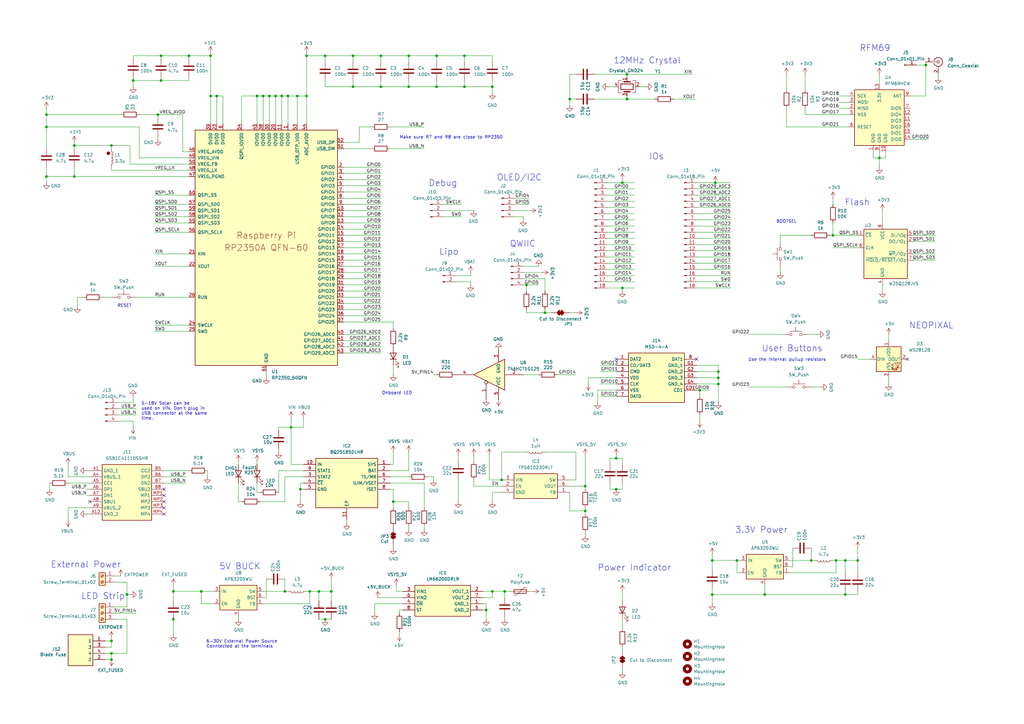
<source format=kicad_sch>
(kicad_sch (version 20250114) (generator "eeschema") (generator_version "9.0")
  (paper "A3")
  (circle (center 44.45 62.865) (radius 0.635) (stroke (width 0) (color 132 0 0 1)) (fill (type color) (color 132 0 0 1)))
  (text "Flash" (at 346.456 84.582 0) (effects (font (size 2.54 2.54)) (justify left bottom)))
  (text "Power Indicator" (at 245.11 234.442 0) (effects (font (size 2.54 2.54)) (justify left bottom)))
  (text "Lipo" (at 180.086 104.902 0) (effects (font (size 2.54 2.54)) (justify left bottom)))
  (text "5V BUCK" (at 89.916 233.934 0) (effects (font (size 2.54 2.54)) (justify left bottom)))
  (text "Make sure R7 and R8 are close to RP2350\n" (at 163.83 57.15 0) (effects (font (size 1.27 1.27)) (justify left bottom)))
  (text "12MHz Crystal" (at 251.587 26.416 0) (effects (font (size 2.54 2.54)) (justify left bottom)))
  (text "Onboard LED" (at 162.814 161.29 0) (effects (font (size 1.27 1.27))))
  (text "Debug" (at 175.768 76.708 0) (effects (font (size 2.54 2.54)) (justify left bottom)))
  (text "RFM69" (at 352.552 21.336 0) (effects (font (size 2.54 2.54)) (justify left bottom)))
  (text "6-30V External Power Source\nConntected at the terminals" (at 84.582 265.938 0) (effects (font (size 1.27 1.27)) (justify left bottom)))
  (text "QWIIC" (at 209.042 101.6 0) (effects (font (size 2.54 2.54)) (justify left bottom)))
  (text "NEOPIXAL" (at 372.872 135.128 0) (effects (font (size 2.54 2.54)) (justify left bottom)))
  (text "RESET" (at 51.054 125.476 0) (effects (font (size 1.27 1.27))))
  (text "LED Strip" (at 33.274 246.126 0) (effects (font (size 2.54 2.54)) (justify left bottom)))
  (text "User Buttons" (at 312.42 144.526 0) (effects (font (size 2.54 2.54)) (justify left bottom)))
  (text "External Power" (at 20.828 233.172 0) (effects (font (size 2.54 2.54)) (justify left bottom)))
  (text "5-18V Solar can be\nused on VIN. Don't plug in\nUSB connector at the same\ntime." (at 57.912 172.466 0) (effects (font (size 1.27 1.27)) (justify left bottom)))
  (text "OLED/I2C" (at 203.708 74.422 0) (effects (font (size 2.54 2.54)) (justify left bottom)))
  (text "IOs" (at 266.192 65.786 0) (effects (font (size 2.54 2.54)) (justify left bottom)))
  (text "Use the internal pullup resistors" (at 306.832 148.336 0) (effects (font (size 1.27 1.27)) (justify left bottom)))
  (text "BOOTSEL" (at 322.58 90.932 0) (effects (font (size 1.27 1.27))))
  (text "3.3V Power" (at 301.498 218.948 0) (effects (font (size 2.54 2.54)) (justify left bottom)))
  (junction (at 215.9 116.84))
  (junction (at 167.64 35.56))
  (junction (at 71.12 254))
  (junction (at 179.07 35.56))
  (junction (at 19.05 46.99))
  (junction (at 135.89 242.57))
  (junction (at 121.92 39.37))
  (junction (at 233.68 40.64))
  (junction (at 161.29 205.74))
  (junction (at 110.49 39.37))
  (junction (at 302.26 229.87))
  (junction (at 19.05 72.39))
  (junction (at 105.41 39.37))
  (junction (at 144.78 35.56))
  (junction (at 257.175 30.48))
  (junction (at 144.78 22.86))
  (junction (at 52.07 243.84))
  (junction (at 45.72 270.51))
  (junction (at 294.64 154.94))
  (junction (at 156.21 22.86))
  (junction (at 77.47 22.86))
  (junction (at 341.63 96.52))
  (junction (at 190.5 22.86))
  (junction (at 133.35 254))
  (junction (at 287.02 160.02))
  (junction (at 167.64 22.86))
  (junction (at 45.72 267.97))
  (junction (at 115.57 39.37))
  (junction (at 201.93 242.57))
  (junction (at 19.05 52.07))
  (junction (at 45.72 59.69))
  (junction (at 294.64 157.48))
  (junction (at 88.9 39.37))
  (junction (at 125.73 39.37))
  (junction (at 30.48 72.39))
  (junction (at 292.1 229.87))
  (junction (at 116.84 242.57))
  (junction (at 130.81 242.57))
  (junction (at 190.5 35.56))
  (junction (at 201.93 35.56))
  (junction (at 332.74 229.87))
  (junction (at 223.52 128.27))
  (junction (at 240.03 209.55))
  (junction (at 123.19 200.66))
  (junction (at 127 242.57))
  (junction (at 293.37 74.93))
  (junction (at 107.95 39.37))
  (junction (at 113.03 39.37))
  (junction (at 346.71 243.84))
  (junction (at 64.77 46.99))
  (junction (at 379.73 26.67))
  (junction (at 82.55 242.57))
  (junction (at 179.07 22.86))
  (junction (at 240.03 199.39))
  (junction (at 86.36 22.86))
  (junction (at 45.72 262.89))
  (junction (at 252.73 187.96))
  (junction (at 207.01 242.57))
  (junction (at 292.1 243.84))
  (junction (at 351.79 229.87))
  (junction (at 119.38 175.26))
  (junction (at 360.68 64.77))
  (junction (at 133.35 22.86))
  (junction (at 66.04 33.02))
  (junction (at 342.9 229.87))
  (junction (at 205.74 196.85))
  (junction (at 255.27 74.93))
  (junction (at 156.21 35.56))
  (junction (at 125.73 22.86))
  (junction (at 294.64 152.4))
  (junction (at 252.73 200.66))
  (junction (at 118.11 39.37))
  (junction (at 199.39 250.19))
  (junction (at 71.12 242.57))
  (junction (at 346.71 229.87))
  (junction (at 257.175 40.64))
  (junction (at 30.48 59.69))
  (junction (at 66.04 22.86))
  (junction (at 86.36 39.37))
  (junction (at 255.27 118.11))
  (junction (at 313.69 243.84))
  (junction (at 54.61 33.02))
  (no_connect (at 67.31 200.66))
  (no_connect (at 67.31 210.82))
  (no_connect (at 285.75 147.32))
  (no_connect (at 36.83 205.74))
  (no_connect (at 67.31 203.2))
  (no_connect (at 252.73 147.32))
  (no_connect (at 372.11 147.32))
  (no_connect (at 67.31 205.74))
  (no_connect (at 67.31 208.28))
  (wire (pts (xy 285.75 110.49) (xy 299.72 110.49)))
  (wire (pts (xy 48.26 165.1) (xy 54.61 165.1)))
  (wire (pts (xy 140.97 76.2) (xy 156.21 76.2)))
  (wire (pts (xy 142.24 213.36) (xy 142.24 214.63)))
  (wire (pts (xy 54.61 33.02) (xy 66.04 33.02)))
  (wire (pts (xy 140.97 142.24) (xy 156.21 142.24)))
  (wire (pts (xy 167.64 33.02) (xy 167.64 35.56)))
  (wire (pts (xy 240.03 209.55) (xy 240.03 208.28)))
  (wire (pts (xy 302.26 234.95) (xy 302.26 229.87)))
  (wire (pts (xy 248.92 87.63) (xy 260.35 87.63)))
  (wire (pts (xy 342.9 234.95) (xy 342.9 229.87)))
  (wire (pts (xy 125.73 242.57) (xy 127 242.57)))
  (wire (pts (xy 140.97 129.54) (xy 156.21 129.54)))
  (wire (pts (xy 45.72 69.85) (xy 45.72 68.58)))
  (wire (pts (xy 374.65 104.14) (xy 383.54 104.14)))
  (wire (pts (xy 82.55 242.57) (xy 87.63 242.57)))
  (wire (pts (xy 240.03 209.55) (xy 240.03 210.82)))
  (wire (pts (xy 285.75 82.55) (xy 299.72 82.55)))
  (wire (pts (xy 320.04 96.52) (xy 320.04 99.06)))
  (wire (pts (xy 63.5 88.9) (xy 77.47 88.9)))
  (wire (pts (xy 240.03 199.39) (xy 240.03 186.69)))
  (wire (pts (xy 248.92 97.79) (xy 260.35 97.79)))
  (wire (pts (xy 250.19 200.66) (xy 252.73 200.66)))
  (wire (pts (xy 248.92 92.71) (xy 260.35 92.71)))
  (wire (pts (xy 167.64 22.86) (xy 167.64 25.4)))
  (wire (pts (xy 106.68 205.74) (xy 116.84 205.74)))
  (wire (pts (xy 64.77 46.99) (xy 74.93 46.99)))
  (wire (pts (xy 119.38 175.26) (xy 124.46 175.26)))
  (wire (pts (xy 255.27 119.38) (xy 255.27 118.11)))
  (wire (pts (xy 210.82 81.28) (xy 217.17 81.28)))
  (wire (pts (xy 342.9 229.87) (xy 346.71 229.87)))
  (wire (pts (xy 156.21 33.02) (xy 156.21 35.56)))
  (wire (pts (xy 48.26 167.64) (xy 55.88 167.64)))
  (wire (pts (xy 77.47 95.25) (xy 63.5 95.25)))
  (wire (pts (xy 379.73 39.37) (xy 379.73 26.67)))
  (wire (pts (xy 140.97 91.44) (xy 156.21 91.44)))
  (wire (pts (xy 248.92 118.11) (xy 255.27 118.11)))
  (wire (pts (xy 113.03 39.37) (xy 115.57 39.37)))
  (wire (pts (xy 77.47 109.22) (xy 63.5 109.22)))
  (wire (pts (xy 43.18 270.51) (xy 45.72 270.51)))
  (wire (pts (xy 71.12 242.57) (xy 82.55 242.57)))
  (wire (pts (xy 140.97 127) (xy 156.21 127)))
  (wire (pts (xy 257.175 40.64) (xy 268.605 40.64)))
  (wire (pts (xy 161.29 205.74) (xy 167.64 205.74)))
  (wire (pts (xy 46.99 238.76) (xy 52.07 238.76)))
  (wire (pts (xy 147.32 52.07) (xy 147.32 58.42)))
  (wire (pts (xy 156.21 35.56) (xy 167.64 35.56)))
  (wire (pts (xy 292.1 229.87) (xy 292.1 233.68)))
  (wire (pts (xy 201.93 201.93) (xy 201.93 205.74)))
  (wire (pts (xy 63.5 80.01) (xy 77.47 80.01)))
  (wire (pts (xy 66.04 24.13) (xy 66.04 22.86)))
  (wire (pts (xy 64.77 46.99) (xy 64.77 48.26)))
  (wire (pts (xy 115.57 50.8) (xy 115.57 39.37)))
  (wire (pts (xy 294.64 157.48) (xy 294.64 165.1)))
  (wire (pts (xy 144.78 33.02) (xy 144.78 35.56)))
  (wire (pts (xy 302.26 229.87) (xy 303.53 229.87)))
  (wire (pts (xy 161.29 223.52) (xy 161.29 224.79)))
  (wire (pts (xy 214.63 88.9) (xy 214.63 90.17)))
  (wire (pts (xy 351.79 229.87) (xy 351.79 234.95)))
  (wire (pts (xy 201.93 242.57) (xy 207.01 242.57)))
  (wire (pts (xy 116.84 195.58) (xy 124.46 195.58)))
  (wire (pts (xy 252.73 186.69) (xy 252.73 187.96)))
  (wire (pts (xy 130.81 242.57) (xy 130.81 246.38)))
  (wire (pts (xy 43.18 267.97) (xy 45.72 267.97)))
  (wire (pts (xy 346.71 242.57) (xy 346.71 243.84)))
  (wire (pts (xy 248.92 74.93) (xy 255.27 74.93)))
  (wire (pts (xy 252.73 187.96) (xy 255.27 187.96)))
  (wire (pts (xy 163.83 259.08) (xy 163.83 260.35)))
  (wire (pts (xy 285.75 152.4) (xy 294.64 152.4)))
  (wire (pts (xy 322.58 30.48) (xy 322.58 36.83)))
  (wire (pts (xy 287.02 160.02) (xy 290.83 160.02)))
  (wire (pts (xy 325.12 232.41) (xy 325.12 224.79)))
  (wire (pts (xy 194.31 186.69) (xy 194.31 189.23)))
  (wire (pts (xy 361.95 86.36) (xy 361.95 91.44)))
  (wire (pts (xy 341.63 81.28) (xy 341.63 83.82)))
  (wire (pts (xy 255.27 254) (xy 255.27 257.81)))
  (wire (pts (xy 107.95 245.11) (xy 109.22 245.11)))
  (wire (pts (xy 66.04 22.86) (xy 77.47 22.86)))
  (wire (pts (xy 140.97 86.36) (xy 156.21 86.36)))
  (wire (pts (xy 97.79 252.73) (xy 97.79 254)))
  (wire (pts (xy 257.175 39.37) (xy 257.175 40.64)))
  (wire (pts (xy 147.32 52.07) (xy 152.4 52.07)))
  (wire (pts (xy 99.06 39.37) (xy 105.41 39.37)))
  (wire (pts (xy 374.65 106.68) (xy 383.54 106.68)))
  (wire (pts (xy 179.07 35.56) (xy 190.5 35.56)))
  (wire (pts (xy 167.64 35.56) (xy 179.07 35.56)))
  (wire (pts (xy 323.85 234.95) (xy 342.9 234.95)))
  (wire (pts (xy 57.15 46.99) (xy 64.77 46.99)))
  (wire (pts (xy 140.97 73.66) (xy 156.21 73.66)))
  (wire (pts (xy 351.79 243.84) (xy 346.71 243.84)))
  (wire (pts (xy 248.92 77.47) (xy 260.35 77.47)))
  (wire (pts (xy 201.93 38.1) (xy 201.93 35.56)))
  (wire (pts (xy 292.1 243.84) (xy 292.1 247.65)))
  (wire (pts (xy 330.2 44.45) (xy 330.2 46.99)))
  (wire (pts (xy 27.94 198.12) (xy 36.83 198.12)))
  (wire (pts (xy 114.3 184.15) (xy 114.3 185.42)))
  (wire (pts (xy 116.84 242.57) (xy 116.84 237.49)))
  (wire (pts (xy 307.34 137.16) (xy 321.31 137.16)))
  (wire (pts (xy 190.5 22.86) (xy 201.93 22.86)))
  (wire (pts (xy 307.34 158.75) (xy 322.58 158.75)))
  (wire (pts (xy 285.75 115.57) (xy 299.72 115.57)))
  (wire (pts (xy 53.34 59.69) (xy 45.72 59.69)))
  (wire (pts (xy 63.5 91.44) (xy 77.47 91.44)))
  (wire (pts (xy 20.32 198.12) (xy 20.32 200.66)))
  (wire (pts (xy 285.75 100.33) (xy 299.72 100.33)))
  (wire (pts (xy 358.14 64.77) (xy 360.68 64.77)))
  (wire (pts (xy 285.75 77.47) (xy 299.72 77.47)))
  (wire (pts (xy 66.04 31.75) (xy 66.04 33.02)))
  (wire (pts (xy 91.44 50.8) (xy 91.44 39.37)))
  (wire (pts (xy 140.97 121.92) (xy 156.21 121.92)))
  (wire (pts (xy 285.75 160.02) (xy 287.02 160.02)))
  (wire (pts (xy 201.93 33.02) (xy 201.93 35.56)))
  (wire (pts (xy 249.555 35.56) (xy 252.095 35.56)))
  (wire (pts (xy 116.84 205.74) (xy 116.84 195.58)))
  (wire (pts (xy 199.39 247.65) (xy 199.39 250.19)))
  (wire (pts (xy 262.255 35.56) (xy 264.795 35.56)))
  (wire (pts (xy 140.97 68.58) (xy 156.21 68.58)))
  (wire (pts (xy 19.05 72.39) (xy 30.48 72.39)))
  (wire (pts (xy 27.94 195.58) (xy 27.94 190.5)))
  (wire (pts (xy 135.89 242.57) (xy 135.89 246.38)))
  (wire (pts (xy 215.9 128.27) (xy 223.52 128.27)))
  (wire (pts (xy 193.04 111.76) (xy 193.04 113.03)))
  (wire (pts (xy 248.92 113.03) (xy 260.35 113.03)))
  (wire (pts (xy 228.6 153.67) (xy 236.22 153.67)))
  (wire (pts (xy 140.97 96.52) (xy 156.21 96.52)))
  (wire (pts (xy 246.38 157.48) (xy 252.73 157.48)))
  (wire (pts (xy 330.2 46.99) (xy 347.98 46.99)))
  (wire (pts (xy 344.17 41.91) (xy 347.98 41.91)))
  (wire (pts (xy 167.64 215.9) (xy 167.64 217.17)))
  (wire (pts (xy 335.28 137.16) (xy 331.47 137.16)))
  (wire (pts (xy 144.78 22.86) (xy 144.78 25.4)))
  (wire (pts (xy 233.68 196.85) (xy 236.22 196.85)))
  (wire (pts (xy 77.47 67.31) (xy 53.34 67.31)))
  (wire (pts (xy 57.15 64.77) (xy 77.47 64.77)))
  (wire (pts (xy 351.79 224.79) (xy 351.79 229.87)))
  (wire (pts (xy 19.05 46.99) (xy 19.05 52.07)))
  (wire (pts (xy 248.92 100.33) (xy 260.35 100.33)))
  (wire (pts (xy 77.47 24.13) (xy 77.47 22.86)))
  (wire (pts (xy 215.9 116.84) (xy 220.98 116.84)))
  (wire (pts (xy 107.95 242.57) (xy 116.84 242.57)))
  (wire (pts (xy 144.78 22.86) (xy 156.21 22.86)))
  (wire (pts (xy 173.99 198.12) (xy 173.99 208.28)))
  (wire (pts (xy 344.17 44.45) (xy 347.98 44.45)))
  (wire (pts (xy 45.72 69.85) (xy 77.47 69.85)))
  (wire (pts (xy 190.5 22.86) (xy 190.5 25.4)))
  (wire (pts (xy 285.75 149.86) (xy 294.64 149.86)))
  (wire (pts (xy 292.1 241.3) (xy 292.1 243.84)))
  (wire (pts (xy 140.97 106.68) (xy 156.21 106.68)))
  (wire (pts (xy 240.03 218.44) (xy 240.03 219.71)))
  (wire (pts (xy 186.69 113.03) (xy 193.04 113.03)))
  (wire (pts (xy 233.68 128.27) (xy 236.22 128.27)))
  (wire (pts (xy 109.22 152.4) (xy 109.22 154.94)))
  (wire (pts (xy 364.49 137.16) (xy 364.49 139.7)))
  (wire (pts (xy 140.97 99.06) (xy 156.21 99.06)))
  (wire (pts (xy 45.72 267.97) (xy 45.72 270.51)))
  (wire (pts (xy 160.02 60.96) (xy 173.99 60.96)))
  (wire (pts (xy 30.48 58.42) (xy 30.48 59.69)))
  (wire (pts (xy 236.22 40.64) (xy 233.68 40.64)))
  (wire (pts (xy 107.95 50.8) (xy 107.95 39.37)))
  (wire (pts (xy 341.63 96.52) (xy 351.79 96.52)))
  (wire (pts (xy 71.12 252.73) (xy 71.12 254)))
  (wire (pts (xy 46.99 236.22) (xy 49.53 236.22)))
  (wire (pts (xy 223.52 127) (xy 223.52 128.27)))
  (wire (pts (xy 121.92 50.8) (xy 121.92 39.37)))
  (wire (pts (xy 53.34 243.84) (xy 52.07 243.84)))
  (wire (pts (xy 384.81 30.48) (xy 384.81 31.75)))
  (wire (pts (xy 245.11 160.02) (xy 245.11 165.1)))
  (wire (pts (xy 360.68 64.77) (xy 363.22 64.77)))
  (wire (pts (xy 285.75 80.01) (xy 299.72 80.01)))
  (wire (pts (xy 287.02 160.02) (xy 287.02 162.56)))
  (wire (pts (xy 201.93 201.93) (xy 205.74 201.93)))
  (wire (pts (xy 161.29 208.28) (xy 161.29 205.74)))
  (wire (pts (xy 19.05 52.07) (xy 57.15 52.07)))
  (wire (pts (xy 140.97 109.22) (xy 156.21 109.22)))
  (wire (pts (xy 207.01 245.11) (xy 207.01 242.57)))
  (wire (pts (xy 121.92 39.37) (xy 125.73 39.37)))
  (wire (pts (xy 214.63 109.22) (xy 220.98 109.22)))
  (wire (pts (xy 140.97 88.9) (xy 156.21 88.9)))
  (wire (pts (xy 255.27 74.93) (xy 260.35 74.93)))
  (wire (pts (xy 54.61 33.02) (xy 54.61 35.56)))
  (wire (pts (xy 250.19 190.5) (xy 250.19 187.96)))
  (wire (pts (xy 285.75 90.17) (xy 299.72 90.17)))
  (wire (pts (xy 36.83 195.58) (xy 27.94 195.58)))
  (wire (pts (xy 63.5 86.36) (xy 77.47 86.36)))
  (wire (pts (xy 177.8 153.67) (xy 179.07 153.67)))
  (wire (pts (xy 233.68 201.93) (xy 233.68 209.55)))
  (wire (pts (xy 140.97 60.96) (xy 152.4 60.96)))
  (wire (pts (xy 255.27 274.32) (xy 255.27 275.59)))
  (wire (pts (xy 332.74 229.87) (xy 332.74 224.79)))
  (wire (pts (xy 77.47 22.86) (xy 86.36 22.86)))
  (wire (pts (xy 323.85 232.41) (xy 325.12 232.41)))
  (wire (pts (xy 140.97 114.3) (xy 156.21 114.3)))
  (wire (pts (xy 57.15 52.07) (xy 57.15 64.77)))
  (wire (pts (xy 45.72 261.62) (xy 45.72 262.89)))
  (wire (pts (xy 55.88 121.92) (xy 77.47 121.92)))
  (wire (pts (xy 313.69 240.03) (xy 313.69 243.84)))
  (wire (pts (xy 161.29 149.86) (xy 161.29 153.67)))
  (wire (pts (xy 124.46 200.66) (xy 123.19 200.66)))
  (wire (pts (xy 210.82 88.9) (xy 214.63 88.9)))
  (wire (pts (xy 236.22 196.85) (xy 236.22 185.42)))
  (wire (pts (xy 36.83 208.28) (xy 27.94 208.28)))
  (wire (pts (xy 64.77 57.15) (xy 64.77 55.88)))
  (wire (pts (xy 187.96 186.69) (xy 187.96 189.23)))
  (wire (pts (xy 198.12 242.57) (xy 201.93 242.57)))
  (wire (pts (xy 114.3 201.93) (xy 114.3 193.04)))
  (wire (pts (xy 200.66 186.69) (xy 200.66 196.85)))
  (wire (pts (xy 255.27 118.11) (xy 260.35 118.11)))
  (wire (pts (xy 205.74 185.42) (xy 205.74 196.85)))
  (wire (pts (xy 125.73 21.59) (xy 125.73 22.86)))
  (wire (pts (xy 364.49 154.94) (xy 364.49 157.48)))
  (wire (pts (xy 160.02 52.07) (xy 173.99 52.07)))
  (wire (pts (xy 285.75 97.79) (xy 299.72 97.79)))
  (wire (pts (xy 140.97 132.08) (xy 161.29 132.08)))
  (wire (pts (xy 67.31 198.12) (xy 76.2 198.12)))
  (wire (pts (xy 144.78 35.56) (xy 156.21 35.56)))
  (wire (pts (xy 320.04 109.22) (xy 320.04 111.76)))
  (wire (pts (xy 248.92 85.09) (xy 260.35 85.09)))
  (wire (pts (xy 190.5 33.02) (xy 190.5 35.56)))
  (wire (pts (xy 214.63 116.84) (xy 215.9 116.84)))
  (wire (pts (xy 140.97 144.78) (xy 156.21 144.78)))
  (wire (pts (xy 374.65 99.06) (xy 383.54 99.06)))
  (wire (pts (xy 87.63 247.65) (xy 82.55 247.65)))
  (wire (pts (xy 217.17 242.57) (xy 218.44 242.57)))
  (wire (pts (xy 161.29 200.66) (xy 161.29 205.74)))
  (wire (pts (xy 285.75 105.41) (xy 299.72 105.41)))
  (wire (pts (xy 293.37 74.93) (xy 299.72 74.93)))
  (wire (pts (xy 140.97 137.16) (xy 156.21 137.16)))
  (wire (pts (xy 257.175 30.48) (xy 283.845 30.48)))
  (wire (pts (xy 86.36 39.37) (xy 86.36 50.8)))
  (wire (pts (xy 167.64 193.04) (xy 167.64 185.42)))
  (wire (pts (xy 255.27 74.93) (xy 255.27 73.66)))
  (wire (pts (xy 35.56 193.04) (xy 36.83 193.04)))
  (wire (pts (xy 54.61 22.86) (xy 66.04 22.86)))
  (wire (pts (xy 322.58 52.07) (xy 347.98 52.07)))
  (wire (pts (xy 285.75 102.87) (xy 299.72 102.87)))
  (wire (pts (xy 74.93 62.23) (xy 77.47 62.23)))
  (wire (pts (xy 30.48 60.96) (xy 30.48 59.69)))
  (wire (pts (xy 140.97 119.38) (xy 156.21 119.38)))
  (wire (pts (xy 127 242.57) (xy 130.81 242.57)))
  (wire (pts (xy 294.64 149.86) (xy 294.64 152.4)))
  (wire (pts (xy 246.38 152.4) (xy 252.73 152.4)))
  (wire (pts (xy 63.5 83.82) (xy 77.47 83.82)))
  (wire (pts (xy 34.29 121.92) (xy 31.75 121.92)))
  (wire (pts (xy 54.61 24.13) (xy 54.61 22.86)))
  (wire (pts (xy 114.3 175.26) (xy 114.3 176.53)))
  (wire (pts (xy 330.2 30.48) (xy 330.2 36.83)))
  (wire (pts (xy 179.07 22.86) (xy 179.07 25.4)))
  (wire (pts (xy 285.75 157.48) (xy 294.64 157.48)))
  (wire (pts (xy 118.11 39.37) (xy 121.92 39.37)))
  (wire (pts (xy 194.31 199.39) (xy 205.74 199.39)))
  (wire (pts (xy 285.75 154.94) (xy 294.64 154.94)))
  (wire (pts (xy 156.21 22.86) (xy 156.21 25.4)))
  (wire (pts (xy 105.41 198.12) (xy 105.41 201.93)))
  (wire (pts (xy 233.68 209.55) (xy 240.03 209.55)))
  (wire (pts (xy 52.07 243.84) (xy 52.07 248.92)))
  (wire (pts (xy 35.56 200.66) (xy 36.83 200.66)))
  (wire (pts (xy 285.75 118.11) (xy 299.72 118.11)))
  (wire (pts (xy 243.84 30.48) (xy 257.175 30.48)))
  (wire (pts (xy 119.38 190.5) (xy 119.38 175.26)))
  (wire (pts (xy 223.52 128.27) (xy 226.06 128.27)))
  (wire (pts (xy 140.97 139.7) (xy 156.21 139.7)))
  (wire (pts (xy 133.35 33.02) (xy 133.35 35.56)))
  (wire (pts (xy 109.22 245.11) (xy 109.22 237.49)))
  (wire (pts (xy 332.74 229.87) (xy 334.01 229.87)))
  (wire (pts (xy 163.83 250.19) (xy 163.83 251.46)))
  (wire (pts (xy 248.92 80.01) (xy 260.35 80.01)))
  (wire (pts (xy 193.04 115.57) (xy 193.04 116.84)))
  (wire (pts (xy 30.48 72.39) (xy 77.47 72.39)))
  (wire (pts (xy 294.64 152.4) (xy 294.64 154.94)))
  (wire (pts (xy 127 247.65) (xy 127 242.57)))
  (wire (pts (xy 241.3 154.94) (xy 241.3 157.48)))
  (wire (pts (xy 48.26 170.18) (xy 55.88 170.18)))
  (wire (pts (xy 118.11 50.8) (xy 118.11 39.37)))
  (wire (pts (xy 133.35 254) (xy 130.81 254)))
  (wire (pts (xy 162.56 240.03) (xy 162.56 242.57)))
  (wire (pts (xy 107.95 247.65) (xy 127 247.65)))
  (wire (pts (xy 248.92 110.49) (xy 260.35 110.49)))
  (wire (pts (xy 160.02 200.66) (xy 161.29 200.66)))
  (wire (pts (xy 125.73 22.86) (xy 133.35 22.86)))
  (wire (pts (xy 160.02 190.5) (xy 161.29 190.5)))
  (wire (pts (xy 85.09 193.04) (xy 85.09 195.58)))
  (wire (pts (xy 114.3 193.04) (xy 124.46 193.04)))
  (wire (pts (xy 46.99 248.92) (xy 52.07 248.92)))
  (wire (pts (xy 110.49 39.37) (xy 113.03 39.37)))
  (wire (pts (xy 246.38 149.86) (xy 252.73 149.86)))
  (wire (pts (xy 173.99 215.9) (xy 173.99 217.17)))
  (wire (pts (xy 54.61 172.72) (xy 54.61 175.26)))
  (wire (pts (xy 361.95 116.84) (xy 361.95 119.38)))
  (wire (pts (xy 140.97 71.12) (xy 156.21 71.12)))
  (wire (pts (xy 346.71 243.84) (xy 313.69 243.84)))
  (wire (pts (xy 344.17 39.37) (xy 347.98 39.37)))
  (wire (pts (xy 161.29 190.5) (xy 161.29 185.42)))
  (wire (pts (xy 285.75 85.09) (xy 299.72 85.09)))
  (wire (pts (xy 303.53 234.95) (xy 302.26 234.95)))
  (wire (pts (xy 140.97 124.46) (xy 156.21 124.46)))
  (wire (pts (xy 248.92 102.87) (xy 260.35 102.87)))
  (wire (pts (xy 255.27 265.43) (xy 255.27 266.7)))
  (wire (pts (xy 190.5 35.56) (xy 201.93 35.56)))
  (wire (pts (xy 210.82 83.82) (xy 217.17 83.82)))
  (wire (pts (xy 181.61 88.9) (xy 189.23 88.9)))
  (wire (pts (xy 114.3 175.26) (xy 119.38 175.26)))
  (wire (pts (xy 48.26 172.72) (xy 54.61 172.72)))
  (wire (pts (xy 43.18 265.43) (xy 45.72 265.43)))
  (wire (pts (xy 91.44 39.37) (xy 88.9 39.37)))
  (wire (pts (xy 285.75 95.25) (xy 299.72 95.25)))
  (wire (pts (xy 246.38 162.56) (xy 252.73 162.56)))
  (wire (pts (xy 322.58 44.45) (xy 322.58 52.07)))
  (wire (pts (xy 124.46 198.12) (xy 123.19 198.12)))
  (wire (pts (xy 181.61 86.36) (xy 194.31 86.36)))
  (wire (pts (xy 215.9 116.84) (xy 215.9 119.38)))
  (wire (pts (xy 115.57 39.37) (xy 118.11 39.37)))
  (wire (pts (xy 43.18 262.89) (xy 45.72 262.89)))
  (wire (pts (xy 45.72 59.69) (xy 45.72 60.96)))
  (wire (pts (xy 86.36 21.59) (xy 86.36 22.86)))
  (wire (pts (xy 250.19 187.96) (xy 252.73 187.96)))
  (wire (pts (xy 214.63 111.76) (xy 222.25 111.76)))
  (wire (pts (xy 240.03 199.39) (xy 240.03 200.66)))
  (wire (pts (xy 19.05 72.39) (xy 19.05 74.93)))
  (wire (pts (xy 30.48 68.58) (xy 30.48 72.39)))
  (wire (pts (xy 133.35 25.4) (xy 133.35 22.86)))
  (wire (pts (xy 341.63 229.87) (xy 342.9 229.87)))
  (wire (pts (xy 198.12 250.19) (xy 199.39 250.19)))
  (wire (pts (xy 71.12 254) (xy 71.12 260.35)))
  (wire (pts (xy 160.02 193.04) (xy 167.64 193.04)))
  (wire (pts (xy 236.22 185.42) (xy 223.52 185.42)))
  (wire (pts (xy 360.68 64.77) (xy 360.68 68.58)))
  (wire (pts (xy 186.69 115.57) (xy 193.04 115.57)))
  (wire (pts (xy 375.92 26.67) (xy 379.73 26.67)))
  (wire (pts (xy 86.36 22.86) (xy 86.36 39.37)))
  (wire (pts (xy 351.79 147.32) (xy 356.87 147.32)))
  (wire (pts (xy 255.27 187.96) (xy 255.27 190.5)))
  (wire (pts (xy 31.75 121.92) (xy 31.75 125.73)))
  (wire (pts (xy 67.31 195.58) (xy 76.2 195.58)))
  (wire (pts (xy 373.38 57.15) (xy 381 57.15)))
  (wire (pts (xy 285.75 92.71) (xy 299.72 92.71)))
  (wire (pts (xy 248.92 105.41) (xy 260.35 105.41)))
  (wire (pts (xy 82.55 247.65) (xy 82.55 242.57)))
  (wire (pts (xy 374.65 96.52) (xy 383.54 96.52)))
  (wire (pts (xy 99.06 50.8) (xy 99.06 39.37)))
  (wire (pts (xy 167.64 22.86) (xy 179.07 22.86)))
  (wire (pts (xy 200.66 196.85) (xy 205.74 196.85)))
  (wire (pts (xy 45.72 262.89) (xy 45.72 265.43)))
  (wire (pts (xy 163.83 250.19) (xy 165.1 250.19)))
  (wire (pts (xy 248.92 82.55) (xy 260.35 82.55)))
  (wire (pts (xy 52.07 238.76) (xy 52.07 243.84)))
  (wire (pts (xy 105.41 189.23) (xy 105.41 190.5)))
  (wire (pts (xy 88.9 39.37) (xy 86.36 39.37)))
  (wire (pts (xy 133.35 254) (xy 135.89 254)))
  (wire (pts (xy 123.19 198.12) (xy 123.19 200.66)))
  (wire (pts (xy 140.97 83.82) (xy 156.21 83.82)))
  (wire (pts (xy 276.225 40.64) (xy 285.115 40.64)))
  (wire (pts (xy 140.97 116.84) (xy 156.21 116.84)))
  (wire (pts (xy 97.79 205.74) (xy 99.06 205.74)))
  (wire (pts (xy 201.93 245.11) (xy 201.93 242.57)))
  (wire (pts (xy 88.9 50.8) (xy 88.9 39.37)))
  (wire (pts (xy 66.04 33.02) (xy 77.47 33.02)))
  (wire (pts (xy 35.56 210.82) (xy 36.83 210.82)))
  (wire (pts (xy 97.79 189.23) (xy 97.79 190.5)))
  (wire (pts (xy 199.39 250.19) (xy 199.39 254)))
  (wire (pts (xy 74.93 46.99) (xy 74.93 62.23)))
  (wire (pts (xy 27.94 208.28) (xy 27.94 213.36)))
  (wire (pts (xy 360.68 30.48) (xy 360.68 34.29)))
  (wire (pts (xy 71.12 240.03) (xy 71.12 242.57)))
  (wire (pts (xy 340.36 96.52) (xy 341.63 96.52)))
  (wire (pts (xy 133.35 22.86) (xy 144.78 22.86)))
  (wire (pts (xy 198.12 245.11) (xy 201.93 245.11)))
  (wire (pts (xy 285.75 87.63) (xy 299.72 87.63)))
  (wire (pts (xy 19.05 68.58) (xy 19.05 72.39)))
  (wire (pts (xy 133.35 35.56) (xy 144.78 35.56)))
  (wire (pts (xy 77.47 133.35) (xy 63.5 133.35)))
  (wire (pts (xy 210.82 86.36) (xy 217.17 86.36)))
  (wire (pts (xy 187.96 196.85) (xy 187.96 205.74)))
  (wire (pts (xy 341.63 91.44) (xy 341.63 96.52)))
  (wire (pts (xy 67.31 193.04) (xy 77.47 193.04)))
  (wire (pts (xy 63.5 104.14) (xy 77.47 104.14)))
  (wire (pts (xy 257.175 30.48) (xy 257.175 31.75)))
  (wire (pts (xy 323.85 229.87) (xy 332.74 229.87)))
  (wire (pts (xy 346.71 229.87) (xy 351.79 229.87)))
  (wire (pts (xy 236.22 30.48) (xy 233.68 30.48)))
  (wire (pts (xy 165.1 247.65) (xy 153.67 247.65)))
  (wire (pts (xy 140.97 81.28) (xy 156.21 81.28)))
  (wire (pts (xy 124.46 171.45) (xy 124.46 175.26)))
  (wire (pts (xy 207.01 242.57) (xy 209.55 242.57)))
  (wire (pts (xy 19.05 52.07) (xy 19.05 60.96)))
  (wire (pts (xy 292.1 227.33) (xy 292.1 229.87)))
  (wire (pts (xy 52.07 267.97) (xy 45.72 267.97)))
  (wire (pts (xy 54.61 31.75) (xy 54.61 33.02)))
  (wire (pts (xy 287.02 170.18) (xy 287.02 172.72)))
  (wire (pts (xy 255.27 200.66) (xy 252.73 200.66)))
  (wire (pts (xy 233.68 199.39) (xy 240.03 199.39)))
  (wire (pts (xy 125.73 22.86) (xy 125.73 39.37)))
  (wire (pts (xy 248.92 90.17) (xy 260.35 90.17)))
  (wire (pts (xy 360.68 62.23) (xy 360.68 64.77)))
  (wire (pts (xy 71.12 242.57) (xy 71.12 246.38)))
  (wire (pts (xy 292.1 229.87) (xy 302.26 229.87)))
  (wire (pts (xy 285.75 113.03) (xy 299.72 113.03)))
  (wire (pts (xy 153.67 247.65) (xy 153.67 251.46)))
  (wire (pts (xy 363.22 62.23) (xy 363.22 64.77)))
  (wire (pts (xy 233.68 30.48) (xy 233.68 40.64)))
  (wire (pts (xy 248.92 115.57) (xy 260.35 115.57)))
  (wire (pts (xy 248.92 95.25) (xy 260.35 95.25)))
  (wire (pts (xy 336.55 158.75) (xy 332.74 158.75)))
  (wire (pts (xy 252.73 160.02) (xy 245.11 160.02)))
  (wire (pts (xy 46.99 254) (xy 52.07 254)))
  (wire (pts (xy 116.84 242.57) (xy 118.11 242.57)))
  (wire (pts (xy 54.61 165.1) (xy 54.61 162.56)))
  (wire (pts (xy 113.03 50.8) (xy 113.03 39.37)))
  (wire (pts (xy 177.8 195.58) (xy 177.8 196.85)))
  (wire (pts (xy 97.79 198.12) (xy 97.79 205.74)))
  (wire (pts (xy 181.61 83.82) (xy 189.23 83.82)))
  (wire (pts (xy 179.07 22.86) (xy 190.5 22.86)))
  (wire (pts (xy 373.38 39.37) (xy 379.73 39.37)))
  (wire (pts (xy 358.14 62.23) (xy 358.14 64.77)))
  (wire (pts (xy 156.21 22.86) (xy 167.64 22.86)))
  (wire (pts (xy 292.1 243.84) (xy 313.69 243.84)))
  (wire (pts (xy 214.63 114.3) (xy 223.52 114.3)))
  (wire (pts (xy 77.47 33.02) (xy 77.47 31.75)))
  (wire (pts (xy 162.56 242.57) (xy 165.1 242.57)))
  (wire (pts (xy 19.05 44.45) (xy 19.05 46.99)))
  (wire (pts (xy 252.73 154.94) (xy 241.3 154.94)))
  (wire (pts (xy 30.48 59.69) (xy 45.72 59.69)))
  (wire (pts (xy 77.47 135.89) (xy 63.5 135.89)))
  (wire (pts (xy 179.07 33.02) (xy 179.07 35.56)))
  (wire (pts (xy 223.52 119.38) (xy 223.52 114.3)))
  (wire (pts (xy 105.41 50.8) (xy 105.41 39.37)))
  (wire (pts (xy 140.97 104.14) (xy 156.21 104.14)))
  (wire (pts (xy 285.75 74.93) (xy 293.37 74.93)))
  (wire (pts (xy 233.68 40.64) (xy 233.68 43.18)))
  (wire (pts (xy 119.38 171.45) (xy 119.38 175.26)))
  (wire (pts (xy 46.99 251.46) (xy 55.88 251.46)))
  (wire (pts (xy 294.64 154.94) (xy 294.64 157.48)))
  (wire (pts (xy 255.27 242.57) (xy 255.27 246.38)))
  (wire (pts (xy 119.38 190.5) (xy 124.46 190.5)))
  (wire (pts (xy 215.9 185.42) (xy 205.74 185.42)))
  (wire (pts (xy 154.94 245.11) (xy 165.1 245.11)))
  (wire (pts (xy 167.64 205.74) (xy 167.64 208.28)))
  (wire (pts (xy 248.92 107.95) (xy 260.35 107.95)))
  (wire (pts (xy 255.27 198.12) (xy 255.27 200.66)))
  (wire (pts (xy 123.19 200.66) (xy 123.19 205.74)))
  (wire (pts (xy 161.29 132.08) (xy 161.29 134.62)))
  (wire (pts (xy 19.05 46.99) (xy 49.53 46.99)))
  (wire (pts (xy 140.97 111.76) (xy 156.21 111.76)))
  (wire (pts (xy 346.71 229.87) (xy 346.71 234.95)))
  (wire (pts (xy 140.97 78.74) (xy 156.21 78.74)))
  (wire (pts (xy 285.75 107.95) (xy 299.72 107.95)))
  (wire (pts (xy 107.95 39.37) (xy 110.49 39.37)))
  (wire (pts (xy 201.93 22.86) (xy 201.93 25.4)))
  (wire (pts (xy 160.02 198.12) (xy 173.99 198.12)))
  (wire (pts (xy 140.97 58.42) (xy 147.32 58.42)))
  (wire (pts (xy 320.04 96.52) (xy 332.74 96.52)))
  (wire (pts (xy 105.41 201.93) (xy 106.68 201.93)))
  (wire (pts (xy 351.79 242.57) (xy 351.79 243.84)))
  (wire (pts (xy 41.91 121.92) (xy 45.72 121.92)))
  (wire (pts (xy 214.63 153.67) (xy 220.98 153.67)))
  (wire (pts (xy 110.49 50.8) (xy 110.49 39.37)))
  (wire (pts (xy 53.34 67.31) (xy 53.34 59.69)))
  (wire (pts (xy 35.56 203.2) (xy 36.83 203.2)))
  (wire (pts (xy 175.26 195.58) (xy 177.8 195.58)))
  (wire (pts (xy 243.84 40.64) (xy 257.175 40.64)))
  (wire (pts (xy 105.41 39.37) (xy 107.95 39.37)))
  (wire (pts (xy 250.19 198.12) (xy 250.19 200.66)))
  (wire (pts (xy 194.31 196.85) (xy 194.31 199.39)))
  (wire (pts (xy 135.89 237.49) (xy 135.89 242.57)))
  (wire (pts (xy 198.12 247.65) (xy 199.39 247.65)))
  (wire (pts (xy 125.73 39.37) (xy 125.73 50.8)))
  (wire (pts (xy 207.01 252.73) (xy 207.01 254)))
  (wire (pts (xy 215.9 127) (xy 215.9 128.27)))
  (wire (pts (xy 140.97 93.98) (xy 156.21 93.98)))
  (wire (pts (xy 160.02 195.58) (xy 167.64 195.58)))
  (wire (pts (xy 130.81 242.57) (xy 135.89 242.57)))
  (wire (pts (xy 341.63 101.6) (xy 351.79 101.6)))
  (wire (pts (xy 52.07 254) (xy 52.07 267.97)))
  (wire (pts (xy 379.73 26.67) (xy 379.73 25.4)))
  (wire (pts (xy 140.97 101.6) (xy 156.21 101.6)))
  (label "GPIO10" (at 246.38 157.48 0))
  (label "GPIO11" (at 246.38 152.4 0))
  (label "GPIO14" (at 259.08 113.03 180))
  (label "QSPI_SD3" (at 63.5 91.44 0))
  (label "GPIO18" (at 156.21 114.3 180))
  (label "GPIO29_ADC3" (at 299.72 77.47 180))
  (label "GPIO0" (at 156.21 68.58 180))
  (label "GPIO5" (at 156.21 81.28 180))
  (label "GPIO20" (at 156.21 119.38 180))
  (label "GPIO24" (at 156.21 129.54 180))
  (label "GPIO1" (at 156.21 71.12 180))
  (label "GPIO4" (at 217.17 81.28 180))
  (label "EN" (at 204.47 199.39 180))
  (label "GPIO22" (at 299.72 95.25 180))
  (label "GPIO7" (at 156.21 86.36 180))
  (label "GPIO29_ADC3" (at 156.21 144.78 180))
  (label "GPIO8" (at 156.21 88.9 180))
  (label "GPIO23" (at 299.72 92.71 180))
  (label "QSPI_SS" (at 63.5 80.01 0))
  (label "GPIO10" (at 259.08 102.87 180))
  (label "QSPI_SD0" (at 383.54 96.52 180))
  (label "QSPI_SD1" (at 383.54 99.06 180))
  (label "GPIO14" (at 236.22 153.67 180))
  (label "GPIO6" (at 257.81 92.71 180))
  (label "GPIO27_ADC1" (at 299.72 82.55 180))
  (label "GPIO20" (at 381 57.15 180))
  (label "GPIO7" (at 257.81 95.25 180))
  (label "GPIO19" (at 299.72 102.87 180))
  (label "5V_PIN14" (at 177.8 153.67 180))
  (label "GPIO18" (at 299.72 105.41 180))
  (label "GPIO16" (at 344.17 44.45 180))
  (label "GPIO13" (at 156.21 101.6 180))
  (label "GPIO1" (at 257.81 80.01 180))
  (label "QSPI_SD0" (at 63.5 83.82 0))
  (label "XIN" (at 63.5 104.14 0))
  (label "GPIO17" (at 344.17 46.99 180))
  (label "GPIO4" (at 156.21 78.74 180))
  (label "GPIO9" (at 257.81 100.33 180))
  (label "GPIO19" (at 344.17 41.91 180))
  (label "SWD" (at 189.23 88.9 180))
  (label "GPIO10" (at 156.21 93.98 180))
  (label "GPIO18" (at 344.17 39.37 180))
  (label "GPIO11" (at 259.08 105.41 180))
  (label "GPIO28_ADC2" (at 299.72 80.01 180))
  (label "GPIO6" (at 156.21 83.82 180))
  (label "QSPI_SD3" (at 383.54 106.68 180))
  (label "GPIO5" (at 257.81 90.17 180))
  (label "QSPI_SD1" (at 63.5 86.36 0))
  (label "QSPI_SCLK" (at 341.63 101.6 0))
  (label "SWD" (at 299.72 115.57 180))
  (label "XOUT" (at 63.5 109.22 0))
  (label "USB_P" (at 173.99 52.07 180))
  (label "VREG_AVDD" (at 65.405 46.99 0))
  (label "USB_P" (at 35.56 200.66 180))
  (label "GPIO19" (at 156.21 116.84 180))
  (label "GPIO12" (at 259.08 107.95 180))
  (label "GPIO22" (at 307.34 137.16 180))
  (label "GPIO9" (at 156.21 91.44 180))
  (label "SWCLK" (at 299.72 118.11 180))
  (label "GPIO5" (at 217.17 83.82 180))
  (label "XOUT" (at 285.115 40.64 180))
  (label "USB_N" (at 55.88 170.18 180))
  (label "GPIO23" (at 156.21 127 180))
  (label "USB_P" (at 76.2 195.58 180))
  (label "GPIO16" (at 156.21 109.22 180))
  (label "GPIO12" (at 156.21 99.06 180))
  (label "GPIO28_ADC2" (at 156.21 142.24 180))
  (label "GPIO3" (at 257.81 85.09 180))
  (label "GPIO13" (at 259.08 110.49 180))
  (label "GPIO25" (at 299.72 87.63 180))
  (label "USB_P" (at 55.88 167.64 180))
  (label "GPIO15" (at 351.79 147.32 180))
  (label "SWD" (at 63.5 135.89 0))
  (label "GPIO14" (at 156.21 104.14 180))
  (label "RUN" (at 63.5 121.92 0))
  (label "GPIO17" (at 299.72 107.95 180))
  (label "GPIO21" (at 344.17 52.07 180))
  (label "GPIO24" (at 299.72 90.17 180))
  (label "QSPI_SD2" (at 383.54 104.14 180))
  (label "GPIO9" (at 290.83 160.02 180))
  (label "QSPI_SS" (at 344.17 96.52 0))
  (label "QSPI_SCLK" (at 63.5 95.25 0))
  (label "GPIO17" (at 156.21 111.76 180))
  (label "GPIO23" (at 307.34 158.75 180))
  (label "GPIO21" (at 299.72 97.79 180))
  (label "GPIO5" (at 220.98 116.84 180))
  (label "GPIO16" (at 299.72 110.49 180))
  (label "USB_N" (at 173.99 60.96 180))
  (label "GPIO26_ADC0" (at 156.21 137.16 180))
  (label "RUN" (at 299.72 113.03 180))
  (label "GPIO20" (at 299.72 100.33 180))
  (label "GPIO3" (at 156.21 76.2 180))
  (label "USB_N" (at 76.2 198.12 180))
  (label "USB_N" (at 35.56 203.2 180))
  (label "GPIO2" (at 156.21 73.66 180))
  (label "SWCLK" (at 189.23 83.82 180))
  (label "VREG_LX" (at 63.5 69.85 0))
  (label "GPIO4" (at 257.81 87.63 180))
  (label "GPIO15" (at 156.21 106.68 180))
  (label "GPIO2" (at 257.81 82.55 180))
  (label "GPIO26_ADC0" (at 299.72 85.09 180))
  (label "GPIO4" (at 220.98 114.3 180))
  (label "GPIO12" (at 246.38 162.56 0))
  (label "GPIO15" (at 259.08 115.57 180))
  (label "SWCLK" (at 63.5 133.35 0))
  (label "XIN" (at 283.845 30.48 180))
  (label "QSPI_SD2" (at 63.5 88.9 0))
  (label "GPIO11" (at 156.21 96.52 180))
  (label "5V_PIN14" (at 55.88 251.46 180))
  (label "GPIO8" (at 257.81 97.79 180))
  (label "GPIO25" (at 156.21 132.08 180))
  (label "GPIO0" (at 257.81 77.47 180))
  (label "GPIO22" (at 156.21 124.46 180))
  (label "GPIO27_ADC1" (at 156.21 139.7 180))
  (label "GPIO21" (at 156.21 121.92 180))
  (label "GPIO13" (at 246.38 149.86 0))
  (symbol (lib_id "Device:R") (at 156.21 52.07 270) (unit 1)
    (property "Reference" "R7" (at 156.21 46.8122 90))
    (property "Value" "27" (at 156.21 49.1236 90))
    (property "Footprint" "Resistor_SMD:R_0603_1608Metric" (effects (hide yes)))
  )
  (symbol (lib_id "Device:R") (at 156.21 60.96 270) (unit 1)
    (property "Reference" "R8" (at 156.21 55.7022 90))
    (property "Value" "27" (at 156.21 58.0136 90))
    (property "Footprint" "Resistor_SMD:R_0603_1608Metric" (effects (hide yes)))
  )
  (symbol (lib_id "Mechanical:MountingHole") (at 281.94 264.16 0) (unit 1)
    (property "Reference" "H1" (at 284.48 262.9916 0) (effects (justify left)))
    (property "Value" "MountingHole" (at 284.48 265.303 0) (effects (justify left)))
    (property "Footprint" "MountingHole:MountingHole_3.2mm_M3" (effects (hide yes)))
  )
  (symbol (lib_id "Mechanical:MountingHole") (at 281.94 269.24 0) (unit 1)
    (property "Reference" "H2" (at 284.48 268.0716 0) (effects (justify left)))
    (property "Value" "MountingHole" (at 284.48 270.383 0) (effects (justify left)))
    (property "Footprint" "MountingHole:MountingHole_3.2mm_M3" (effects (hide yes)))
  )
  (symbol (lib_id "Mechanical:MountingHole") (at 281.94 274.32 0) (unit 1)
    (property "Reference" "H3" (at 284.48 273.1516 0) (effects (justify left)))
    (property "Value" "MountingHole" (at 284.48 275.463 0) (effects (justify left)))
    (property "Footprint" "MountingHole:MountingHole_3.2mm_M3" (effects (hide yes)))
  )
  (symbol (lib_id "Mechanical:MountingHole") (at 281.94 279.4 0) (unit 1)
    (property "Reference" "H4" (at 284.48 278.2316 0) (effects (justify left)))
    (property "Value" "MountingHole" (at 284.48 280.543 0) (effects (justify left)))
    (property "Footprint" "MountingHole:MountingHole_3.2mm_M3" (effects (hide yes)))
  )
  (symbol (lib_id "Device:L") (at 337.82 229.87 270) (unit 1)
    (property "Reference" "L2" (at 337.82 224.79 90))
    (property "Value" "4.7u" (at 337.82 227.33 90))
    (property "Footprint" "Inductor_SMD:L_1210_3225Metric" (effects (hide yes)))
    (property "Description" "Inductor" (effects (hide yes)))
  )
  (symbol (lib_id "Connector:Conn_01x04_Pin") (at 205.74 83.82 0) (unit 1)
    (property "Reference" "J2" (at 206.375 76.2 0))
    (property "Value" "Conn_01x04_Pin" (at 206.375 78.74 0))
    (property "Footprint" "Connector_PinHeader_2.54mm:PinHeader_1x04_P2.54mm_Vertical" (effects (hide yes)))
    (property "Description" "Generic connector, single row, 01x04, script generated" (effects (hide yes)))
  )
  (symbol (lib_id "Device:C") (at 19.05 64.77 0) (unit 1)
    (property "Reference" "C28" (at 22.86 63.5 0) (effects (justify left)))
    (property "Value" "4.7u" (at 22.86 66.04 0) (effects (justify left)))
    (property "Footprint" "Capacitor_SMD:C_0603_1608Metric" (effects (hide yes)))
  )
  (symbol (lib_id "power:+3V3") (at 154.94 245.11 0) (unit 1)
    (property "Reference" "#PWR072" (effects (hide yes)))
    (property "Value" "+5V_BUCK" (at 155.321 240.7158 0))
  )
  (symbol (lib_id "Connector:Screw_Terminal_01x02") (at 41.91 236.22 0) (mirror y) (unit 1)
    (property "Reference" "J6" (at 39.37 236.2199 0) (effects (justify left)))
    (property "Value" "Screw_Terminal_01x02" (at 39.37 238.7599 0) (effects (justify left)))
    (property "Footprint" "TerminalBlock:TerminalBlock_bornier-2_P5.08mm" (effects (hide yes)))
    (property "Description" "Generic screw terminal, single row, 01x02, script generated (kicad-library-utils/schlib/autogen/connector/)" (effects (hide yes)))
  )
  (symbol (lib_id "power:+3V3") (at 19.05 44.45 0) (unit 1)
    (property "Reference" "#PWR013" (effects (hide yes)))
    (property "Value" "+3V3" (at 19.431 40.0558 0))
  )
  (symbol (lib_id "Switch:SW_Push") (at 326.39 137.16 0) (mirror y) (unit 1)
    (property "Reference" "SW4" (at 326.39 129.54 0))
    (property "Value" "SW_Push" (at 326.39 132.08 0))
    (property "Footprint" "footprints:FSMH" (effects (hide yes)))
    (property "Description" "Push button switch, generic, two pins" (effects (hide yes)))
  )
  (symbol (lib_id "power:GND") (at 193.04 116.84 0) (mirror y) (unit 1)
    (property "Reference" "#PWR024" (effects (hide yes)))
    (property "Value" "GND" (at 192.913 121.2342 0))
  )
  (symbol (lib_id "Device:R") (at 322.58 40.64 180) (unit 1)
    (property "Reference" "R2" (at 327.8378 40.64 90))
    (property "Value" "10k" (at 325.5264 40.64 90))
    (property "Footprint" "Resistor_SMD:R_0603_1608Metric" (effects (hide yes)))
  )
  (symbol (lib_id "power:GND") (at 54.61 162.56 180) (unit 1)
    (property "Reference" "#PWR094" (effects (hide yes)))
    (property "Value" "GND" (at 54.483 158.1658 0))
  )
  (symbol (lib_id "Device:C") (at 240.03 40.64 270) (unit 1)
    (property "Reference" "C14" (at 241.1984 43.561 0) (effects (justify left)))
    (property "Value" "15p" (at 238.887 43.561 0) (effects (justify left)))
    (property "Footprint" "Capacitor_SMD:C_0603_1608Metric" (effects (hide yes)))
  )
  (symbol (lib_id "power:GND") (at 360.68 68.58 0) (unit 1)
    (property "Reference" "#PWR09" (effects (hide yes)))
    (property "Value" "GND" (at 360.807 72.9742 0))
  )
  (symbol (lib_id "Device:C") (at 77.47 27.94 0) (unit 1)
    (property "Reference" "C11" (at 80.391 26.7716 0) (effects (justify left)))
    (property "Value" "100n" (at 80.391 29.083 0) (effects (justify left)))
    (property "Footprint" "Capacitor_SMD:C_0603_1608Metric" (effects (hide yes)))
  )
  (symbol (lib_id "Regulator_Switching:AP63203WU") (at 97.79 245.11 0) (unit 1)
    (property "Reference" "U8" (at 97.79 234.95 0))
    (property "Value" "AP63205WU" (at 97.79 237.49 0))
    (property "Footprint" "Package_TO_SOT_SMD:TSOT-23-6" (effects (hide yes)))
    (property "Datasheet" "https://www.diodes.com/assets/Datasheets/AP63200-AP63201-AP63203-AP63205.pdf" (effects (hide yes)))
    (property "Description" "2A, 1.1MHz Buck DC/DC Converter, fixed 3.3V output voltage, TSOT-23-6" (effects (hide yes)))
  )
  (symbol (lib_id "power:GND") (at 204.47 143.51 180) (unit 1)
    (property "Reference" "#PWR051" (effects (hide yes)))
    (property "Value" "GND" (at 204.343 139.1158 0))
  )
  (symbol (lib_id "power:VBUS") (at 167.64 185.42 0) (mirror y) (unit 1)
    (property "Reference" "#PWR089" (effects (hide yes)))
    (property "Value" "VBAT" (at 167.259 181.0258 0))
  )
  (symbol (lib_id "Device:R") (at 240.03 214.63 180) (unit 1)
    (property "Reference" "R17" (at 242.316 214.376 90))
    (property "Value" "100k" (at 244.094 214.122 90))
    (property "Footprint" "Resistor_SMD:R_0603_1608Metric" (effects (hide yes)))
  )
  (symbol (lib_id "74xGxx:74AHCT1G125") (at 199.39 153.67 180) (unit 1)
    (property "Reference" "U6" (at 214.63 148.7168 0))
    (property "Value" "74AHCT1G125" (at 214.63 151.2568 0))
    (property "Footprint" "footprints:SOT-25" (effects (hide yes)))
    (property "Datasheet" "http://www.ti.com/lit/sg/scyt129e/scyt129e.pdf" (effects (hide yes)))
    (property "Description" "Single Buffer Gate Tri-State, Low-Voltage CMOS" (effects (hide yes)))
  )
  (symbol (lib_id "power:VBUS") (at 124.46 171.45 0) (unit 1)
    (property "Reference" "#PWR081" (effects (hide yes)))
    (property "Value" "VBUS" (at 124.841 167.0558 0))
  )
  (symbol (lib_id "Device:C") (at 328.93 224.79 90) (unit 1)
    (property "Reference" "C19" (at 327.7616 221.869 0) (effects (justify left)))
    (property "Value" "100n" (at 330.073 221.869 0) (effects (justify left)))
    (property "Footprint" "Capacitor_SMD:C_0603_1608Metric" (effects (hide yes)))
  )
  (symbol (lib_id "Device:R") (at 38.1 121.92 270) (unit 1)
    (property "Reference" "R4" (at 38.1 116.6622 90))
    (property "Value" "1k" (at 38.1 118.9736 90))
    (property "Footprint" "Resistor_SMD:R_0603_1608Metric" (effects (hide yes)))
  )
  (symbol (lib_id "Connector:Conn_01x18_Pin") (at 280.67 95.25 0) (unit 1)
    (property "Reference" "J3" (at 281.305 69.85 0))
    (property "Value" "Conn_01x18_Pin" (at 281.305 72.39 0))
    (property "Footprint" "Connector_PinHeader_2.54mm:PinHeader_1x18_P2.54mm_Vertical" (effects (hide yes)))
    (property "Description" "Generic connector, single row, 01x18, script generated" (effects (hide yes)))
  )
  (symbol (lib_id "Device:R") (at 171.45 195.58 270) (unit 1)
    (property "Reference" "R29" (at 171.45 190.3222 90))
    (property "Value" "10k" (at 171.45 192.6336 90))
    (property "Footprint" "Resistor_SMD:R_0603_1608Metric" (effects (hide yes)))
  )
  (symbol (lib_id "power:GND") (at 320.04 111.76 0) (unit 1)
    (property "Reference" "#PWR017" (effects (hide yes)))
    (property "Value" "GND" (at 320.167 116.1542 0))
  )
  (symbol (lib_id "power:GND") (at 249.555 35.56 270) (unit 1)
    (property "Reference" "#PWR04" (effects (hide yes)))
    (property "Value" "GND" (at 245.1608 35.687 0))
  )
  (symbol (lib_id "Connector:Conn_01x03_Pin") (at 176.53 86.36 0) (unit 1)
    (property "Reference" "J10" (at 177.165 78.74 0))
    (property "Value" "Conn_01x03_Pin" (at 177.165 81.28 0))
    (property "Footprint" "Connector_JST:JST_SH_BM03B-SRSS-TB_1x03-1MP_P1.00mm_Vertical" (effects (hide yes)))
    (property "Description" "Generic connector, single row, 01x03, script generated" (effects (hide yes)))
  )
  (symbol (lib_id "power:GND") (at 64.77 57.15 0) (unit 1)
    (property "Reference" "#PWR019" (effects (hide yes)))
    (property "Value" "GND" (at 60.96 58.42 0))
  )
  (symbol (lib_id "power:GND") (at 20.32 200.66 0) (unit 1)
    (property "Reference" "#PWR064" (effects (hide yes)))
    (property "Value" "GND" (at 20.447 205.0542 0))
  )
  (symbol (lib_id "Device:C") (at 187.96 193.04 0) (unit 1)
    (property "Reference" "C22" (at 181.356 192.024 0) (effects (justify left)))
    (property "Value" "22u" (at 181.61 194.056 0) (effects (justify left)))
    (property "Footprint" "Capacitor_SMD:C_0805_2012Metric" (effects (hide yes)))
  )
  (symbol (lib_id "power:GND") (at 177.8 196.85 0) (unit 1)
    (property "Reference" "#PWR090" (effects (hide yes)))
    (property "Value" "GND" (at 177.927 201.2442 0))
  )
  (symbol (lib_id "Device:R") (at 110.49 201.93 270) (unit 1)
    (property "Reference" "R25" (at 102.108 193.802 90))
    (property "Value" "10k" (at 110.49 198.9836 90))
    (property "Footprint" "Resistor_SMD:R_0603_1608Metric" (effects (hide yes)))
  )
  (symbol (lib_id "power:VBUS") (at 71.12 240.03 0) (unit 1)
    (property "Reference" "#PWR057" (effects (hide yes)))
    (property "Value" "EXT_FUSED" (at 71.501 235.6358 0))
  )
  (symbol (lib_id "Device:C") (at 179.07 29.21 0) (unit 1)
    (property "Reference" "C5" (at 182.88 27.9399 0) (effects (justify left)))
    (property "Value" "100n" (at 182.88 30.4799 0) (effects (justify left)))
    (property "Footprint" "Capacitor_SMD:C_0603_1608Metric" (effects (hide yes)))
    (property "Description" "Unpolarized capacitor" (effects (hide yes)))
  )
  (symbol (lib_id "power:GND") (at 361.95 119.38 0) (unit 1)
    (property "Reference" "#PWR012" (effects (hide yes)))
    (property "Value" "GND" (at 362.077 123.7742 0))
  )
  (symbol (lib_id "Device:LED") (at 255.27 250.19 90) (unit 1)
    (property "Reference" "D2" (at 259.08 250.5074 90) (effects (justify right)))
    (property "Value" "LED" (at 259.08 253.0474 90) (effects (justify right)))
    (property "Footprint" "LED_SMD:LED_0603_1608Metric" (effects (hide yes)))
    (property "Description" "Light emitting diode" (effects (hide yes)))
  )
  (symbol (lib_id "power:+3V3") (at 163.83 260.35 180) (unit 1)
    (property "Reference" "#PWR078" (effects (hide yes)))
    (property "Value" "+5V" (at 163.449 264.7442 0))
  )
  (symbol (lib_id "power:GND") (at 220.98 109.22 180) (unit 1)
    (property "Reference" "#PWR056" (effects (hide yes)))
    (property "Value" "GND" (at 220.853 104.8258 0))
  )
  (symbol (lib_id "power:GND") (at 187.96 205.74 0) (unit 1)
    (property "Reference" "#PWR080" (effects (hide yes)))
    (property "Value" "GND" (at 188.087 210.1342 0))
  )
  (symbol (lib_id "power:VBUS") (at 292.1 227.33 0) (unit 1)
    (property "Reference" "#PWR047" (effects (hide yes)))
    (property "Value" "+5V" (at 292.481 222.9358 0))
  )
  (symbol (lib_id "power:GND") (at 207.01 254 0) (unit 1)
    (property "Reference" "#PWR070" (effects (hide yes)))
    (property "Value" "GND" (at 207.137 258.3942 0))
  )
  (symbol (lib_id "Switch:SW_Push") (at 50.8 121.92 0) (unit 1)
    (property "Reference" "SW2" (at 50.8 115.2992 0))
    (property "Value" "SW_Push" (at 50.8 117.8361 0))
    (property "Footprint" "footprints:FSMH" (effects (hide yes)))
  )
  (symbol (lib_id "power:+5V") (at 293.37 74.93 0) (unit 1)
    (property "Reference" "#PWR054" (effects (hide yes)))
    (property "Value" "+5V" (at 293.37 69.85 0))
    (property "Description" "Power symbol creates a global label with name \"+5V\"" (effects (hide yes)))
  )
  (symbol (lib_id "power:GND") (at 294.64 165.1 0) (unit 1)
    (property "Reference" "#PWR097" (effects (hide yes)))
    (property "Value" "GND" (at 294.767 169.4942 0))
  )
  (symbol (lib_id "Device:R") (at 161.29 138.43 180) (unit 1)
    (property "Reference" "R9" (at 166.5478 138.43 90))
    (property "Value" "2.2k" (at 164.2364 138.43 90))
    (property "Footprint" "Resistor_SMD:R_0603_1608Metric" (effects (hide yes)))
  )
  (symbol (lib_id "Device:R") (at 336.55 96.52 270) (unit 1)
    (property "Reference" "R6" (at 336.55 91.2622 90))
    (property "Value" "1k" (at 336.55 93.5736 90))
    (property "Footprint" "Resistor_SMD:R_0603_1608Metric" (effects (hide yes)))
  )
  (symbol (lib_id "BQ25185DLHR:BQ25185DLHR") (at 124.46 190.5 0) (unit 1)
    (property "Reference" "IC2" (at 142.24 182.88 0))
    (property "Value" "BQ25185DLHR" (at 142.24 185.42 0))
    (property "Footprint" "footprints:SON40P220X200X80-11N" (effects (hide yes)))
    (property "Datasheet" "https://www.ti.com/lit/ds/symlink/bq25185.pdf?ts=1706857561339&ref_url=https%253A%252F%252Fwww.ti.com%252Fproduct%252FBQ25185" (effects (hide yes)))
    (property "Description" "Battery Management NPI  1-CELL 1A STANDALONE LNR HRGR" (effects (hide yes)))
    (property "Height" "0.8" (effects (hide yes)))
    (property "Mouser Part Number" "595-BQ25185DLHR" (effects (hide yes)))
    (property "Mouser Price/Stock" "https://www.mouser.co.uk/ProductDetail/Texas-Instruments/BQ25185DLHR?qs=Z%252BL2brAPG1IbO%2FV3RqsaPw%3D%3D" (effects (hide yes)))
    (property "Manufacturer_Name" "Texas Instruments" (effects (hide yes)))
    (property "Manufacturer_Part_Number" "BQ25185DLHR" (effects (hide yes)))
  )
  (symbol (lib_id "power:VBUS") (at 218.44 242.57 270) (unit 1)
    (property "Reference" "#PWR069" (effects (hide yes)))
    (property "Value" "+5V" (at 222.8342 242.951 0))
  )
  (symbol (lib_id "Device:C") (at 167.64 29.21 0) (unit 1)
    (property "Reference" "C4" (at 171.45 27.9399 0) (effects (justify left)))
    (property "Value" "100n" (at 171.45 30.4799 0) (effects (justify left)))
    (property "Footprint" "Capacitor_SMD:C_0603_1608Metric" (effects (hide yes)))
    (property "Description" "Unpolarized capacitor" (effects (hide yes)))
  )
  (symbol (lib_id "Device:R") (at 161.29 212.09 180) (unit 1)
    (property "Reference" "R26" (at 163.576 211.836 90))
    (property "Value" "600" (at 165.354 211.582 90))
    (property "Footprint" "Resistor_SMD:R_0603_1608Metric" (effects (hide yes)))
  )
  (symbol (lib_id "power:GND") (at 245.11 165.1 0) (unit 1)
    (property "Reference" "#PWR096" (effects (hide yes)))
    (property "Value" "GND" (at 245.237 169.4942 0))
  )
  (symbol (lib_id "Device:R") (at 81.28 193.04 270) (unit 1)
    (property "Reference" "R18" (at 81.28 187.7822 90))
    (property "Value" "5.1k" (at 81.28 190.0936 90))
    (property "Footprint" "Resistor_SMD:R_0603_1608Metric" (effects (hide yes)))
  )
  (symbol (lib_id "power:+3.3V") (at 125.73 21.59 0) (unit 1)
    (property "Reference" "#PWR02" (effects (hide yes)))
    (property "Value" "+3V3" (at 125.476 17.78 0))
    (property "Description" "Power symbol creates a global label with name \"+3.3V\"" (effects (hide yes)))
  )
  (symbol (lib_id "power:GND") (at 85.09 195.58 0) (unit 1)
    (property "Reference" "#PWR063" (effects (hide yes)))
    (property "Value" "GND" (at 85.217 199.9742 0))
  )
  (symbol (lib_id "power:GND") (at 53.34 243.84 90) (unit 1)
    (property "Reference" "#PWR038" (effects (hide yes)))
    (property "Value" "GND" (at 57.7342 243.713 0))
  )
  (symbol (lib_id "Device:C") (at 351.79 238.76 0) (unit 1)
    (property "Reference" "C16" (at 354.711 237.5916 0) (effects (justify left)))
    (property "Value" "22u" (at 354.711 239.903 0) (effects (justify left)))
    (property "Footprint" "Capacitor_SMD:C_0805_2012Metric" (effects (hide yes)))
  )
  (symbol (lib_id "Device:R") (at 53.34 46.99 90) (unit 1)
    (property "Reference" "R5" (at 52.1716 45.212 0) (effects (justify left)))
    (property "Value" "33" (at 54.483 45.212 0) (effects (justify left)))
    (property "Footprint" "Resistor_SMD:R_0603_1608Metric" (effects (hide yes)))
  )
  (symbol (lib_id "Device:C") (at 133.35 29.21 0) (unit 1)
    (property "Reference" "C1" (at 137.16 27.9399 0) (effects (justify left)))
    (property "Value" "100n" (at 137.16 30.4799 0) (effects (justify left)))
    (property "Footprint" "Capacitor_SMD:C_0603_1608Metric" (effects (hide yes)))
    (property "Description" "Unpolarized capacitor" (effects (hide yes)))
  )
  (symbol (lib_id "Device:R") (at 223.52 123.19 180) (unit 1)
    (property "Reference" "R12" (at 228.7778 123.19 90))
    (property "Value" "2.2k" (at 226.4664 123.19 90))
    (property "Footprint" "Resistor_SMD:R_0603_1608Metric" (effects (hide yes)))
  )
  (symbol (lib_id "power:+3V3") (at 330.2 30.48 0) (unit 1)
    (property "Reference" "#PWR021" (effects (hide yes)))
    (property "Value" "+3V3" (at 330.581 26.0858 0))
  )
  (symbol (lib_id "power:VBUS") (at 45.72 270.51 180) (unit 1)
    (property "Reference" "#PWR036" (effects (hide yes)))
    (property "Value" "EXT_FUSED" (at 45.339 274.9042 0))
  )
  (symbol (lib_id "power:+3V3") (at 361.95 86.36 0) (unit 1)
    (property "Reference" "#PWR011" (effects (hide yes)))
    (property "Value" "+3V3" (at 362.331 81.9658 0))
  )
  (symbol (lib_id "power:+3V3") (at 194.31 186.69 0) (unit 1)
    (property "Reference" "#PWR043" (effects (hide yes)))
    (property "Value" "VSYS" (at 194.691 182.2958 0))
  )
  (symbol (lib_id "Memory_Flash:W25Q128JVS") (at 361.95 104.14 0) (unit 1)
    (property "Reference" "U2" (at 354.584 92.456 0) (effects (justify left)))
    (property "Value" "W25Q128JVS" (at 364.49 116.332 0) (effects (justify left)))
    (property "Footprint" "Package_SO:SOIC-8_5.3x5.3mm_P1.27mm" (effects (hide yes)))
    (property "Datasheet" "https://www.winbond.com/resource-files/w25q128jv_dtr%20revc%2003272018%20plus.pdf" (effects (hide yes)))
    (property "Description" "128Mbit / 16MiB Serial Flash Memory, Standard/Dual/Quad SPI, 2.7-3.6V, SOIC-8" (effects (hide yes)))
  )
  (symbol (lib_id "power:VBUS") (at 49.53 236.22 0) (unit 1)
    (property "Reference" "#PWR037" (effects (hide yes)))
    (property "Value" "EXTPOWER" (at 55.88 235.712 0))
  )
  (symbol (lib_id "Device:R") (at 167.64 212.09 180) (unit 1)
    (property "Reference" "R27" (at 169.926 211.836 90))
    (property "Value" "600" (at 171.704 211.582 90))
    (property "Footprint" "Resistor_SMD:R_0603_1608Metric" (effects (hide yes)))
  )
  (symbol (lib_id "Device:LED") (at 161.29 146.05 90) (unit 1)
    (property "Reference" "D1" (at 165.1 146.3674 90) (effects (justify right)))
    (property "Value" "LED" (at 165.1 148.9074 90) (effects (justify right)))
    (property "Footprint" "LED_SMD:LED_0603_1608Metric" (effects (hide yes)))
    (property "Description" "Light emitting diode" (effects (hide yes)))
  )
  (symbol (lib_id "Device:C") (at 190.5 29.21 0) (unit 1)
    (property "Reference" "C6" (at 194.31 27.9399 0) (effects (justify left)))
    (property "Value" "100n" (at 194.31 30.4799 0) (effects (justify left)))
    (property "Footprint" "Capacitor_SMD:C_0603_1608Metric" (effects (hide yes)))
    (property "Description" "Unpolarized capacitor" (effects (hide yes)))
  )
  (symbol (lib_id "power:GND") (at 194.31 86.36 0) (mirror y) (unit 1)
    (property "Reference" "#PWR031" (effects (hide yes)))
    (property "Value" "GND" (at 194.183 90.7542 0))
  )
  (symbol (lib_id "power:GND") (at 264.795 35.56 90) (mirror x) (unit 1)
    (property "Reference" "#PWR05" (effects (hide yes)))
    (property "Value" "GND" (at 269.1892 35.687 0))
  )
  (symbol (lib_id "power:VBUS") (at 193.04 111.76 0) (mirror y) (unit 1)
    (property "Reference" "#PWR023" (effects (hide yes)))
    (property "Value" "VBAT" (at 192.659 107.3658 0))
  )
  (symbol (lib_id "power:GND") (at 201.93 205.74 0) (unit 1)
    (property "Reference" "#PWR044" (effects (hide yes)))
    (property "Value" "GND" (at 202.057 210.1342 0))
  )
  (symbol (lib_id "power:GND") (at 240.03 219.71 0) (unit 1)
    (property "Reference" "#PWR050" (effects (hide yes)))
    (property "Value" "GND" (at 240.157 224.1042 0))
  )
  (symbol (lib_id "power:+3V3") (at 162.56 240.03 0) (unit 1)
    (property "Reference" "#PWR071" (effects (hide yes)))
    (property "Value" "VSYS_5V" (at 162.941 235.6358 0))
  )
  (symbol (lib_id "power:GND") (at 167.64 217.17 0) (unit 1)
    (property "Reference" "#PWR092" (effects (hide yes)))
    (property "Value" "GND" (at 167.767 221.5642 0))
  )
  (symbol (lib_id "power:GND") (at 54.61 35.56 0) (unit 1)
    (property "Reference" "#PWR018" (effects (hide yes)))
    (property "Value" "GND" (at 54.737 39.9542 0))
  )
  (symbol (lib_id "Device:R") (at 240.03 204.47 180) (unit 1)
    (property "Reference" "R16" (at 242.316 204.216 90))
    (property "Value" "723k" (at 244.094 203.962 90))
    (property "Footprint" "Resistor_SMD:R_0603_1608Metric" (effects (hide yes)))
  )
  (symbol (lib_id "power:GND") (at 255.27 275.59 0) (unit 1)
    (property "Reference" "#PWR032" (effects (hide yes)))
    (property "Value" "GND" (at 255.397 279.9842 0))
  )
  (symbol (lib_id "power:VBUS") (at 119.38 171.45 0) (unit 1)
    (property "Reference" "#PWR082" (effects (hide yes)))
    (property "Value" "VIN" (at 119.761 167.0558 0))
  )
  (symbol (lib_id "RF_Module:RFM69HCW") (at 360.68 46.99 0) (unit 1)
    (property "Reference" "U4" (at 362.8741 31.75 0) (effects (justify left)))
    (property "Value" "RFM69HCW" (at 362.8741 34.29 0) (effects (justify left)))
    (property "Footprint" "footprints:MOD_COM-13909" (effects (hide yes)))
    (property "Datasheet" "https://www.hoperf.com/data/upload/portal/20181127/5bfcb8284d838.pdf" (effects (hide yes)))
    (property "Description" "Low power ISM Radio Transceiver Module, SPI interface, AES encryption, 434 or 915 MHz, up to 100mW, up to 300 kb/s, SMD-16, DIP-16" (effects (hide yes)))
  )
  (symbol (lib_id "Connector:Conn_Coaxial") (at 384.81 25.4 0) (unit 1)
    (property "Reference" "J8" (at 388.62 24.4231 0) (effects (justify left)))
    (property "Value" "Conn_Coaxial" (at 388.62 26.9631 0) (effects (justify left)))
    (property "Footprint" "Connector_Coaxial:U.FL_Molex_MCRF_73412-0110_Vertical" (effects (hide yes)))
    (property "Description" "coaxial connector (BNC, SMA, SMB, SMC, Cinch/RCA, LEMO, ...)" (effects (hide yes)))
  )
  (symbol (lib_id "Device:C") (at 113.03 237.49 90) (unit 1)
    (property "Reference" "C24" (at 111.8616 234.569 0) (effects (justify left)))
    (property "Value" "100n" (at 114.173 234.569 0) (effects (justify left)))
    (property "Footprint" "Capacitor_SMD:C_0603_1608Metric" (effects (hide yes)))
  )
  (symbol (lib_id "Device:R") (at 341.63 87.63 0) (unit 1)
    (property "Reference" "R10" (at 343.408 86.4616 0) (effects (justify left)))
    (property "Value" "10K" (at 343.408 88.773 0) (effects (justify left)))
    (property "Footprint" "Resistor_SMD:R_0603_1608Metric" (effects (hide yes)))
  )
  (symbol (lib_id "power:GND") (at 335.28 137.16 90) (mirror x) (unit 1)
    (property "Reference" "#PWR048" (effects (hide yes)))
    (property "Value" "GND" (at 339.6742 137.287 0))
  )
  (symbol (lib_id "MCU_RaspberryPi_RP2350:RP2350_60QFN") (at 109.22 101.6 0) (unit 1)
    (property "Reference" "U1" (at 111.3633 152.4 0) (effects (justify left)))
    (property "Value" "RP2350_60QFN" (at 111.3633 154.94 0) (effects (justify left)))
    (property "Footprint" "footprints:RP2350-QFN-60-1EP_7x7_P0.4mm_EP3.4x3.4mm_ThermalVias" (effects (hide yes)))
  )
  (symbol (lib_id "power:GND") (at 255.27 119.38 0) (mirror y) (unit 1)
    (property "Reference" "#PWR08" (effects (hide yes)))
    (property "Value" "GND" (at 255.143 123.7742 0))
  )
  (symbol (lib_id "power:+3V3") (at 341.63 81.28 0) (unit 1)
    (property "Reference" "#PWR025" (effects (hide yes)))
    (property "Value" "+3V3" (at 342.011 76.8858 0))
  )
  (symbol (lib_id "Device:C") (at 250.19 194.31 0) (unit 1)
    (property "Reference" "C17" (at 243.586 193.294 0) (effects (justify left)))
    (property "Value" "22u" (at 243.84 195.326 0) (effects (justify left)))
    (property "Footprint" "Capacitor_SMD:C_0805_2012Metric" (effects (hide yes)))
  )
  (symbol (lib_id "power:+3V3") (at 161.29 185.42 0) (unit 1)
    (property "Reference" "#PWR085" (effects (hide yes)))
    (property "Value" "VSYS" (at 161.671 181.0258 0))
  )
  (symbol (lib_id "Device:LED") (at 97.79 194.31 90) (unit 1)
    (property "Reference" "CHG1" (at 92.202 192.024 90) (effects (justify right)))
    (property "Value" "LED" (at 92.456 194.31 90) (effects (justify right)))
    (property "Footprint" "LED_SMD:LED_0603_1608Metric" (effects (hide yes)))
    (property "Description" "Light emitting diode" (effects (hide yes)))
  )
  (symbol (lib_id "power:+3V3") (at 360.68 30.48 0) (unit 1)
    (property "Reference" "#PWR010" (effects (hide yes)))
    (property "Value" "+3V3" (at 361.061 26.0858 0))
  )
  (symbol (lib_id "power:GND") (at 71.12 260.35 0) (unit 1)
    (property "Reference" "#PWR058" (effects (hide yes)))
    (property "Value" "GND" (at 71.247 264.7442 0))
  )
  (symbol (lib_id "Device:C") (at 292.1 237.49 0) (unit 1)
    (property "Reference" "C18" (at 295.021 236.3216 0) (effects (justify left)))
    (property "Value" "10u" (at 295.021 238.633 0) (effects (justify left)))
    (property "Footprint" "Capacitor_SMD:C_0805_2012Metric" (effects (hide yes)))
  )
  (symbol (lib_id "MSD-4-A:MSD-4-A") (at 252.73 147.32 0) (unit 1)
    (property "Reference" "J14" (at 269.24 139.7 0))
    (property "Value" "MSD-4-A" (at 269.24 142.24 0))
    (property "Footprint" "footprints:MSD4A" (effects (hide yes)))
    (property "Datasheet" "https://www.sameskydevices.com/product/resource/msd-4-a.pdf" (effects (hide yes)))
    (property "Description" "Micro SD Card Connector, 9 Positions, Connector and Ejector, Push In, Auto Eject Out, Surface Mount, 1.8 mm Height Above Board, Gold Flash" (effects (hide yes)))
    (property "Height" "2" (effects (hide yes)))
    (property "Mouser Part Number" "179-MSD-4-A" (effects (hide yes)))
    (property "Mouser Price/Stock" "https://www.mouser.co.uk/ProductDetail/Same-Sky/MSD-4-A?qs=Z%252BL2brAPG1Jll%252BQTi%252Btupg%3D%3D" (effects (hide yes)))
    (property "Manufacturer_Name" "Same Sky" (effects (hide yes)))
    (property "Manufacturer_Part_Number" "MSD-4-A" (effects (hide yes)))
  )
  (symbol (lib_id "Device:C") (at 64.77 52.07 0) (unit 1)
    (property "Reference" "C9" (at 68.58 50.8 0) (effects (justify left)))
    (property "Value" "4.7u" (at 68.58 53.34 0) (effects (justify left)))
    (property "Footprint" "Capacitor_SMD:C_0603_1608Metric" (effects (hide yes)))
  )
  (symbol (lib_id "power:+3V3") (at 97.79 189.23 0) (unit 1)
    (property "Reference" "#PWR087" (effects (hide yes)))
    (property "Value" "VSYS" (at 98.171 184.8358 0))
  )
  (symbol (lib_id "Device:C") (at 156.21 29.21 0) (unit 1)
    (property "Reference" "C3" (at 160.02 27.9399 0) (effects (justify left)))
    (property "Value" "100n" (at 160.02 30.4799 0) (effects (justify left)))
    (property "Footprint" "Capacitor_SMD:C_0603_1608Metric" (effects (hide yes)))
    (property "Description" "Unpolarized capacitor" (effects (hide yes)))
  )
  (symbol (lib_id "power:+3V3") (at 322.58 30.48 0) (unit 1)
    (property "Reference" "#PWR022" (effects (hide yes)))
    (property "Value" "+3V3" (at 322.961 26.0858 0))
  )
  (symbol (lib_id "Jumper:SolderJumper_2_Bridged") (at 161.29 219.71 270) (unit 1) (in_bom no)
    (property "Reference" "JP3" (at 157.734 219.964 90))
    (property "Value" "Cut" (at 157.734 221.996 90))
    (property "Footprint" "Jumper:SolderJumper-2_P1.3mm_Bridged_RoundedPad1.0x1.5mm" (effects (hide yes)))
    (property "Description" "Solder Jumper, 2-pole, closed/bridged" (effects (hide yes)))
  )
  (symbol (lib_id "Device:R") (at 102.87 205.74 270) (unit 1)
    (property "Reference" "R24" (at 102.87 200.4822 90))
    (property "Value" "10k" (at 102.87 202.7936 90))
    (property "Footprint" "Resistor_SMD:R_0603_1608Metric" (effects (hide yes)))
  )
  (symbol (lib_id "power:+3V3") (at 364.49 137.16 0) (unit 1)
    (property "Reference" "#PWR026" (effects (hide yes)))
    (property "Value" "+5V" (at 364.871 132.7658 0))
  )
  (symbol (lib_id "power:GND") (at 133.35 254 0) (unit 1)
    (property "Reference" "#PWR076" (effects (hide yes)))
    (property "Value" "GND" (at 133.477 258.3942 0))
  )
  (symbol (lib_id "power:GND") (at 214.63 90.17 0) (mirror y) (unit 1)
    (property "Reference" "#PWR039" (effects (hide yes)))
    (property "Value" "GND" (at 214.503 94.5642 0))
  )
  (symbol (lib_id "power:+3V3") (at 252.73 186.69 0) (unit 1)
    (property "Reference" "#PWR061" (effects (hide yes)))
    (property "Value" "VSYS_5V" (at 253.111 182.2958 0))
  )
  (symbol (lib_id "Device:C") (at 71.12 250.19 0) (unit 1)
    (property "Reference" "C23" (at 74.041 249.0216 0) (effects (justify left)))
    (property "Value" "10u" (at 74.041 251.333 0) (effects (justify left)))
    (property "Footprint" "Capacitor_SMD:C_1206_3216Metric" (effects (hide yes)))
  )
  (symbol (lib_id "Connector:Conn_01x01_Pin") (at 370.84 26.67 0) (unit 1)
    (property "Reference" "J5" (at 371.475 21.59 0))
    (property "Value" "Conn_01x01_Pin" (at 371.475 24.13 0))
    (property "Footprint" "Connector_PinHeader_2.54mm:PinHeader_1x01_P2.54mm_Vertical" (effects (hide yes)))
    (property "Description" "Generic connector, single row, 01x01, script generated" (effects (hide yes)))
  )
  (symbol (lib_id "Device:R") (at 287.02 166.37 180) (unit 1)
    (property "Reference" "R30" (at 292.2778 166.37 90))
    (property "Value" "10k" (at 289.9664 166.37 90))
    (property "Footprint" "Resistor_SMD:R_0603_1608Metric" (effects (hide yes)))
  )
  (symbol (lib_id "Device:R") (at 182.88 153.67 270) (unit 1)
    (property "Reference" "R31" (at 182.88 148.4122 90))
    (property "Value" "220" (at 182.88 150.7236 90))
    (property "Footprint" "Resistor_SMD:R_0603_1608Metric" (effects (hide yes)))
  )
  (symbol (lib_id "power:GND") (at 153.67 251.46 0) (unit 1)
    (property "Reference" "#PWR077" (effects (hide yes)))
    (property "Value" "GND" (at 153.797 255.8542 0))
  )
  (symbol (lib_id "power:VBUS") (at 54.61 175.26 180) (unit 1)
    (property "Reference" "#PWR095" (effects (hide yes)))
    (property "Value" "VIN" (at 54.229 179.6542 0))
  )
  (symbol (lib_id "power:+1V1") (at 86.36 21.59 0) (unit 1)
    (property "Reference" "#PWR020" (effects (hide yes)))
    (property "Value" "+1V1" (at 86.106 17.526 0))
  )
  (symbol (lib_id "power:GND") (at 97.79 254 0) (unit 1)
    (property "Reference" "#PWR075" (effects (hide yes)))
    (property "Value" "GND" (at 97.917 258.3942 0))
  )
  (symbol (lib_id "power:+3V3") (at 236.22 128.27 270) (unit 1)
    (property "Reference" "#PWR028" (effects (hide yes)))
    (property "Value" "+3V3" (at 240.6142 128.651 0))
  )
  (symbol (lib_id "power:GND") (at 336.55 158.75 90) (mirror x) (unit 1)
    (property "Reference" "#PWR029" (effects (hide yes)))
    (property "Value" "GND" (at 340.9442 158.877 0))
  )
  (symbol (lib_id "Device:C") (at 240.03 30.48 270) (unit 1)
    (property "Reference" "C13" (at 241.1984 33.401 0) (effects (justify left)))
    (property "Value" "15p" (at 238.887 33.401 0) (effects (justify left)))
    (property "Footprint" "Capacitor_SMD:C_0603_1608Metric" (effects (hide yes)))
  )
  (symbol (lib_id "Device:R") (at 163.83 255.27 180) (unit 1)
    (property "Reference" "R21" (at 166.116 255.016 90))
    (property "Value" "100k" (at 167.894 254.762 90))
    (property "Footprint" "Resistor_SMD:R_0603_1608Metric" (effects (hide yes)))
  )
  (symbol (lib_id "power:GND") (at 292.1 247.65 0) (unit 1)
    (property "Reference" "#PWR049" (effects (hide yes)))
    (property "Value" "GND" (at 292.227 252.0442 0))
  )
  (symbol (lib_id "Device:R") (at 272.415 40.64 270) (unit 1)
    (property "Reference" "R1" (at 272.415 35.3822 90))
    (property "Value" "1k" (at 272.415 37.6936 90))
    (property "Footprint" "Resistor_SMD:R_0603_1608Metric" (effects (hide yes)))
  )
  (symbol (lib_id "Device:Polyfuse") (at 213.36 242.57 90) (unit 1)
    (property "Reference" "F2" (at 213.36 236.22 90))
    (property "Value" "Polyfuse" (at 213.36 238.76 90))
    (property "Footprint" "footprints:1206L075132WR" (effects (hide yes)))
    (property "Description" "Resettable fuse, polymeric positive temperature coefficient" (effects (hide yes)))
  )
  (symbol (lib_id "power:+3V3") (at 217.17 86.36 270) (unit 1)
    (property "Reference" "#PWR046" (effects (hide yes)))
    (property "Value" "+3V3" (at 221.5642 86.741 0))
  )
  (symbol (lib_id "Connector:Conn_01x04_Pin") (at 209.55 111.76 0) (unit 1)
    (property "Reference" "J4" (at 210.185 104.14 0))
    (property "Value" "Conn_01x04_Pin" (at 210.185 106.68 0))
    (property "Footprint" "Connector_JST:JST_SH_SM04B-SRSS-TB_1x04-1MP_P1.00mm_Horizontal" (effects (hide yes)))
    (property "Description" "Generic connector, single row, 01x04, script generated" (effects (hide yes)))
  )
  (symbol (lib_id "power:GND") (at 35.56 193.04 270) (unit 1)
    (property "Reference" "#PWR067" (effects (hide yes)))
    (property "Value" "GND" (at 31.1658 193.167 0))
  )
  (symbol (lib_id "power:GND") (at 173.99 217.17 0) (unit 1)
    (property "Reference" "#PWR093" (effects (hide yes)))
    (property "Value" "GND" (at 174.117 221.5642 0))
  )
  (symbol (lib_id "Device:C") (at 255.27 194.31 0) (unit 1)
    (property "Reference" "C21" (at 258.064 193.294 0) (effects (justify left)))
    (property "Value" "22u" (at 258.064 195.326 0) (effects (justify left)))
    (property "Footprint" "Capacitor_SMD:C_0805_2012Metric" (effects (hide yes)))
  )
  (symbol (lib_id "Jumper:SolderJumper_2_Bridged") (at 229.87 128.27 0) (unit 1) (in_bom no)
    (property "Reference" "JP1" (at 233.172 132.842 0))
    (property "Value" "Cut to Disconnect" (at 229.87 130.81 0))
    (property "Footprint" "Jumper:SolderJumper-2_P1.3mm_Bridged_RoundedPad1.0x1.5mm" (effects (hide yes)))
    (property "Description" "Solder Jumper, 2-pole, closed/bridged" (effects (hide yes)))
  )
  (symbol (lib_id "Device:C") (at 144.78 29.21 0) (unit 1)
    (property "Reference" "C2" (at 148.59 27.9399 0) (effects (justify left)))
    (property "Value" "100n" (at 148.59 30.4799 0) (effects (justify left)))
    (property "Footprint" "Capacitor_SMD:C_0603_1608Metric" (effects (hide yes)))
    (property "Description" "Unpolarized capacitor" (effects (hide yes)))
  )
  (symbol (lib_id "3522-2:3522-2") (at 43.18 262.89 0) (mirror y) (unit 1)
    (property "Reference" "J12" (at 23.114 266.192 0))
    (property "Value" "Blade Fuse" (at 21.844 268.478 0))
    (property "Footprint" "footprints:35222" (effects (hide yes)))
    (property "Datasheet" "https://componentsearchengine.com/Datasheets/1/3522-2.pdf" (effects (hide yes)))
    (property "Description" "Double ATO 257 fuseholder,15A 500Vac Keystone 15A PCB Mount Fuse Holder for 5.2 x 0.64mm Automotive Fuse, 500 V ac" (effects (hide yes)))
    (property "Mouser Part Number" "534-3522-2" (effects (hide yes)))
    (property "Mouser Price/Stock" "https://www.mouser.co.uk/ProductDetail/Keystone-Electronics/3522-2?qs=sOYabIlKNmd8VtzHi7ukRg%3D%3D" (effects (hide yes)))
    (property "Manufacturer_Name" "Keystone Electronics" (effects (hide yes)))
    (property "Manufacturer_Part_Number" "3522-2" (effects (hide yes)))
  )
  (symbol (lib_id "Device:C") (at 54.61 27.94 0) (unit 1)
    (property "Reference" "C8" (at 57.531 26.7716 0) (effects (justify left)))
    (property "Value" "100n" (at 57.531 29.083 0) (effects (justify left)))
    (property "Footprint" "Capacitor_SMD:C_0603_1608Metric" (effects (hide yes)))
  )
  (symbol (lib_id "LED:WS2812B") (at 364.49 147.32 0) (unit 1)
    (property "Reference" "D3" (at 377.19 141.0014 0))
    (property "Value" "WS2812B" (at 377.19 143.5414 0))
    (property "Footprint" "footprints:INPI15TAT5R5G5B" (effects (hide yes)))
    (property "Datasheet" "https://cdn-shop.adafruit.com/datasheets/WS2812B.pdf" (effects (hide yes)))
    (property "Description" "RGB LED with integrated controller" (effects (hide yes)))
  )
  (symbol (lib_id "Device:R") (at 255.27 261.62 180) (unit 1)
    (property "Reference" "R13" (at 260.5278 261.62 90))
    (property "Value" "2.2k" (at 258.2164 261.62 90))
    (property "Footprint" "Resistor_SMD:R_0603_1608Metric" (effects (hide yes)))
  )
  (symbol (lib_id "Device:R") (at 173.99 212.09 180) (unit 1)
    (property "Reference" "R28" (at 176.276 211.836 90))
    (property "Value" "13k" (at 178.054 211.582 90))
    (property "Footprint" "Resistor_SMD:R_0603_1608Metric" (effects (hide yes)))
  )
  (symbol (lib_id "power:GND") (at 199.39 163.83 0) (unit 1)
    (property "Reference" "#PWR052" (effects (hide yes)))
    (property "Value" "GND" (at 199.517 168.2242 0))
  )
  (symbol (lib_id "GSB1C41110SSHR:GSB1C41110SSHR") (at 36.83 193.04 0) (unit 1)
    (property "Reference" "J11" (at 52.07 185.42 0))
    (property "Value" "GSB1C41110SSHR" (at 52.07 187.96 0))
    (property "Footprint" "footprints:GSB1C41110SSHR" (effects (hide yes)))
    (property "Datasheet" "https://cdn.amphenol-cs.com/media/wysiwyg/files/drawing/gsb1c41x10sshr-ax1.pdf" (effects (hide yes)))
    (property "Description" "USB2.0, Type C, Top mount, Center Height 1.63mm, Single Row Surface Mount" (effects (hide yes)))
    (property "Height" "3.41" (effects (hide yes)))
    (property "Manufacturer_Name" "Amphenol Communications Solutions" (effects (hide yes)))
    (property "Manufacturer_Part_Number" "GSB1C41110SSHR" (effects (hide yes)))
  )
  (symbol (lib_id "power:+3V3") (at 222.25 111.76 270) (unit 1)
    (property "Reference" "#PWR055" (effects (hide yes)))
    (property "Value" "+3V3" (at 226.6442 112.141 0))
  )
  (symbol (lib_id "Device:C") (at 130.81 250.19 0) (unit 1)
    (property "Reference" "C25" (at 124.206 249.174 0) (effects (justify left)))
    (property "Value" "22u" (at 124.46 251.206 0) (effects (justify left)))
    (property "Footprint" "Capacitor_SMD:C_0805_2012Metric" (effects (hide yes)))
  )
  (symbol (lib_id "power:+3V3") (at 187.96 186.69 0) (unit 1)
    (property "Reference" "#PWR062" (effects (hide yes)))
    (property "Value" "VSYS" (at 188.341 182.2958 0))
  )
  (symbol (lib_id "Switch:SW_Push") (at 320.04 104.14 90) (unit 1)
    (property "Reference" "SW1" (at 321.183 103.3053 90) (effects (justify right)))
    (property "Value" "SW_Push" (at 321.183 105.8422 90) (effects (justify right)))
    (property "Footprint" "footprints:FSMH" (effects (hide yes)))
  )
  (symbol (lib_id "Device:C") (at 66.04 27.94 0) (unit 1)
    (property "Reference" "C10" (at 68.961 26.7716 0) (effects (justify left)))
    (property "Value" "4.7u" (at 68.961 29.083 0) (effects (justify left)))
    (property "Footprint" "Capacitor_SMD:C_0603_1608Metric" (effects (hide yes)))
  )
  (symbol (lib_id "Switch:SW_Push") (at 327.66 158.75 0) (mirror y) (unit 1)
    (property "Reference" "SW3" (at 327.66 151.13 0))
    (property "Value" "SW_Push" (at 327.66 153.67 0))
    (property "Footprint" "footprints:FSMH" (effects (hide yes)))
    (property "Description" "Push button switch, generic, two pins" (effects (hide yes)))
  )
  (symbol (lib_id "power:GND") (at 161.29 153.67 0) (unit 1)
    (property "Reference" "#PWR027" (effects (hide yes)))
    (property "Value" "GND" (at 161.417 158.0642 0))
  )
  (symbol (lib_id "power:+3V3") (at 287.02 172.72 180) (unit 1)
    (property "Reference" "#PWR098" (effects (hide yes)))
    (property "Value" "+3V3" (at 286.639 177.1142 0))
  )
  (symbol (lib_id "power:+5V") (at 204.47 163.83 180) (unit 1)
    (property "Reference" "#PWR053" (effects (hide yes)))
    (property "Value" "+5V" (at 204.47 168.91 0))
    (property "Description" "Power symbol creates a global label with name \"+5V\"" (effects (hide yes)))
  )
  (symbol (lib_id "power:GND") (at 201.93 38.1 0) (unit 1)
    (property "Reference" "#PWR01" (effects (hide yes)))
    (property "Value" "GND" (at 201.93 43.18 0))
    (property "Description" "Power symbol creates a global label with name \"GND\" , ground" (effects (hide yes)))
  )
  (symbol (lib_id "power:+3V3") (at 135.89 237.49 0) (unit 1)
    (property "Reference" "#PWR059" (effects (hide yes)))
    (property "Value" "+5V_BUCK" (at 136.271 233.0958 0))
  )
  (symbol (lib_id "LM66200DRLR:LM66200DRLR") (at 165.1 242.57 0) (unit 1)
    (property "Reference" "IC1" (at 181.61 234.95 0))
    (property "Value" "LM66200DRLR" (at 181.61 237.49 0))
    (property "Footprint" "footprints:SOTFL50P160X60-8N" (effects (hide yes)))
    (property "Datasheet" "https://www.ti.com/lit/gpn/lm66200" (effects (hide yes)))
    (property "Description" "1.6-V to 5.5-V, 40-m, 2.5-A, low-IQ, dual ideal diode" (effects (hide yes)))
    (property "Height" "0.6" (effects (hide yes)))
    (property "Mouser Part Number" "595-LM66200DRLR" (effects (hide yes)))
    (property "Mouser Price/Stock" "https://www.mouser.co.uk/ProductDetail/Texas-Instruments/LM66200DRLR?qs=Rp5uXu7WBW90hnpZAkIOdQ%3D%3D" (effects (hide yes)))
    (property "Manufacturer_Name" "Texas Instruments" (effects (hide yes)))
    (property "Manufacturer_Part_Number" "LM66200DRLR" (effects (hide yes)))
  )
  (symbol (lib_id "Device:R") (at 194.31 193.04 180) (unit 1)
    (property "Reference" "R14" (at 196.596 192.786 90))
    (property "Value" "100k" (at 198.374 192.532 90))
    (property "Footprint" "Resistor_SMD:R_0603_1608Metric" (effects (hide yes)))
  )
  (symbol (lib_id "power:GND") (at 252.73 200.66 0) (unit 1)
    (property "Reference" "#PWR060" (effects (hide yes)))
    (property "Value" "GND" (at 252.857 205.0542 0))
  )
  (symbol (lib_id "Device:C") (at 135.89 250.19 0) (unit 1)
    (property "Reference" "C15" (at 138.684 249.174 0) (effects (justify left)))
    (property "Value" "22u" (at 138.684 251.206 0) (effects (justify left)))
    (property "Footprint" "Capacitor_SMD:C_0805_2012Metric" (effects (hide yes)))
  )
  (symbol (lib_id "Connector:Screw_Terminal_01x03") (at 41.91 251.46 0) (mirror y) (unit 1)
    (property "Reference" "J7" (at 39.37 250.1899 0) (effects (justify left)))
    (property "Value" "Screw_Terminal_01x03" (at 39.37 252.7299 0) (effects (justify left)))
    (property "Footprint" "TerminalBlock:TerminalBlock_bornier-3_P5.08mm" (effects (hide yes)))
    (property "Description" "Generic screw terminal, single row, 01x03, script generated (kicad-library-utils/schlib/autogen/connector/)" (effects (hide yes)))
  )
  (symbol (lib_id "Device:L") (at 121.92 242.57 270) (unit 1)
    (property "Reference" "L3" (at 121.92 237.49 90))
    (property "Value" "4.7u" (at 121.92 240.03 90))
    (property "Footprint" "Inductor_SMD:L_1210_3225Metric" (effects (hide yes)))
    (property "Description" "Inductor" (effects (hide yes)))
  )
  (symbol (lib_id "power:+3V3") (at 105.41 189.23 0) (unit 1)
    (property "Reference" "#PWR086" (effects (hide yes)))
    (property "Value" "VSYS" (at 105.791 184.8358 0))
  )
  (symbol (lib_id "Device:L") (at 219.71 185.42 270) (unit 1)
    (property "Reference" "L4" (at 219.71 180.34 90))
    (property "Value" "1uH" (at 219.71 182.88 90))
    (property "Footprint" "Inductor_SMD:L_1210_3225Metric" (effects (hide yes)))
    (property "Description" "Inductor" (effects (hide yes)))
  )
  (symbol (lib_id "power:GND") (at 364.49 157.48 0) (unit 1)
    (property "Reference" "#PWR030" (effects (hide yes)))
    (property "Value" "GND" (at 364.617 161.8742 0))
  )
  (symbol (lib_id "Device:Crystal_GND24") (at 257.175 35.56 270) (unit 1)
    (property "Reference" "Y1" (at 269.875 29.2414 90))
    (property "Value" "Crystal_GND24" (at 256.794 28.956 90))
    (property "Footprint" "footprints:ABM8272T3" (effects (hide yes)))
    (property "Description" "Four pin crystal, GND on pins 2 and 4" (effects (hide yes)))
  )
  (symbol (lib_id "Connector:Conn_01x02_Pin") (at 181.61 113.03 0) (unit 1)
    (property "Reference" "J9" (at 182.245 107.95 0))
    (property "Value" "Conn_01x02_Pin" (at 182.245 110.49 0))
    (property "Footprint" "Connector_JST:JST_PH_S2B-PH-K_1x02_P2.00mm_Horizontal" (effects (hide yes)))
    (property "Description" "Generic connector, single row, 01x02, script generated" (effects (hide yes)))
  )
  (symbol (lib_id "TPS61023DRLT:TPS61023DRLT") (at 205.74 196.85 0) (unit 1)
    (property "Reference" "IC3" (at 219.71 189.23 0))
    (property "Value" "TPS61023DRLT" (at 219.71 191.77 0))
    (property "Footprint" "footprints:SOTFL50P160X60-6N" (effects (hide yes)))
    (property "Datasheet" "http://www.ti.com/general/docs/suppproductinfo.tsp?distId=10&gotoUrl=http%3A%2F%2Fwww.ti.com%2Flit%2Fgpn%2Ftps61023" (effects (hide yes)))
    (property "Description" "Switching Voltage Regulators 3-A boost converter with 0.5-V ultra-low input voltage 6-SOT-5X3 -40 to 125" (effects (hide yes)))
    (property "Height" "0.6" (effects (hide yes)))
    (property "Mouser Part Number" "595-TPS61023DRLT" (effects (hide yes)))
    (property "Mouser Price/Stock" "https://www.mouser.co.uk/ProductDetail/Texas-Instruments/TPS61023DRLT?qs=BJlw7L4Cy78Zr3IJIU3gNw%3D%3D" (effects (hide yes)))
    (property "Manufacturer_Name" "Texas Instruments" (effects (hide yes)))
    (property "Manufacturer_Part_Number" "TPS61023DRLT" (effects (hide yes)))
  )
  (symbol (lib_id "power:GND") (at 35.56 210.82 270) (unit 1)
    (property "Reference" "#PWR068" (effects (hide yes)))
    (property "Value" "GND" (at 31.1658 210.947 0))
  )
  (symbol (lib_id "power:GND") (at 384.81 31.75 0) (unit 1)
    (property "Reference" "#PWR041" (effects (hide yes)))
    (property "Value" "GND" (at 384.937 36.1442 0))
  )
  (symbol (lib_id "Connector:Conn_01x04_Pin") (at 43.18 167.64 0) (unit 1)
    (property "Reference" "J13" (at 43.815 160.02 0))
    (property "Value" "Conn_01x04_Pin" (at 43.815 162.56 0))
    (property "Footprint" "Connector_PinHeader_2.54mm:PinHeader_1x04_P2.54mm_Vertical" (effects (hide yes)))
    (property "Description" "Generic connector, single row, 01x04, script generated" (effects (hide yes)))
  )
  (symbol (lib_id "power:GND") (at 233.68 43.18 0) (unit 1)
    (property "Reference" "#PWR06" (effects (hide yes)))
    (property "Value" "GND" (at 233.807 47.5742 0))
  )
  (symbol (lib_id "Device:C") (at 346.71 238.76 0) (unit 1)
    (property "Reference" "C20" (at 340.36 237.7186 0) (effects (justify left)))
    (property "Value" "22u" (at 340.36 240.03 0) (effects (justify left)))
    (property "Footprint" "Capacitor_SMD:C_0805_2012Metric" (effects (hide yes)))
  )
  (symbol (lib_id "Device:C") (at 201.93 29.21 0) (unit 1)
    (property "Reference" "C7" (at 205.74 27.9399 0) (effects (justify left)))
    (property "Value" "100n" (at 205.74 30.4799 0) (effects (justify left)))
    (property "Footprint" "Capacitor_SMD:C_0603_1608Metric" (effects (hide yes)))
    (property "Description" "Unpolarized capacitor" (effects (hide yes)))
  )
  (symbol (lib_id "power:VBUS") (at 27.94 190.5 0) (unit 1)
    (property "Reference" "#PWR065" (effects (hide yes)))
    (property "Value" "VBUS" (at 28.321 186.1058 0))
  )
  (symbol (lib_id "power:+3V3") (at 351.79 224.79 0) (unit 1)
    (property "Reference" "#PWR034" (effects (hide yes)))
    (property "Value" "+3V3" (at 352.171 220.3958 0))
  )
  (symbol (lib_id "Device:R") (at 215.9 123.19 180) (unit 1)
    (property "Reference" "R11" (at 221.1578 123.19 90))
    (property "Value" "2.2k" (at 218.8464 123.19 90))
    (property "Footprint" "Resistor_SMD:R_0603_1608Metric" (effects (hide yes)))
  )
  (symbol (lib_id "Device:C") (at 30.48 64.77 0) (unit 1)
    (property "Reference" "C12" (at 34.29 63.5 0) (effects (justify left)))
    (property "Value" "4.7u" (at 34.29 66.04 0) (effects (justify left)))
    (property "Footprint" "Capacitor_SMD:C_0603_1608Metric" (effects (hide yes)))
  )
  (symbol (lib_id "power:VBUS") (at 45.72 261.62 0) (mirror y) (unit 1)
    (property "Reference" "#PWR035" (effects (hide yes)))
    (property "Value" "EXTPOWER" (at 45.339 257.2258 0))
  )
  (symbol (lib_id "power:+3V3") (at 200.66 186.69 0) (unit 1)
    (property "Reference" "#PWR042" (effects (hide yes)))
    (property "Value" "VSYS" (at 201.041 182.2958 0))
  )
  (symbol (lib_id "Device:L") (at 45.72 64.77 0) (unit 1)
    (property "Reference" "L1" (at 46.99 63.5 0) (effects (justify left)))
    (property "Value" "3.3u" (at 46.99 66.04 0) (effects (justify left)))
    (property "Footprint" "footprints:AOTAB201610S3R3101T" (effects (hide yes)))
  )
  (symbol (lib_id "power:GND") (at 161.29 224.79 0) (unit 1)
    (property "Reference" "#PWR091" (effects (hide yes)))
    (property "Value" "GND" (at 161.417 229.1842 0))
  )
  (symbol (lib_id "Device:R") (at 330.2 40.64 180) (unit 1)
    (property "Reference" "R3" (at 335.4578 40.64 90))
    (property "Value" "10k" (at 333.1464 40.64 90))
    (property "Footprint" "Resistor_SMD:R_0603_1608Metric" (effects (hide yes)))
  )
  (symbol (lib_id "power:GND") (at 109.22 154.94 0) (unit 1)
    (property "Reference" "#PWR03" (effects (hide yes)))
    (property "Value" "GND" (at 105.41 156.21 0))
  )
  (symbol (lib_id "power:GND") (at 142.24 214.63 0) (unit 1)
    (property "Reference" "#PWR088" (effects (hide yes)))
    (property "Value" "GND" (at 142.367 219.0242 0))
  )
  (symbol (lib_id "power:GND") (at 114.3 185.42 0) (unit 1)
    (property "Reference" "#PWR083" (effects (hide yes)))
    (property "Value" "GND" (at 114.427 189.8142 0))
  )
  (symbol (lib_id "power:VBUS") (at 27.94 213.36 180) (unit 1)
    (property "Reference" "#PWR066" (effects (hide yes)))
    (property "Value" "VBUS" (at 27.559 217.7542 0))
  )
  (symbol (lib_id "Connector:Conn_01x18_Pin") (at 243.84 95.25 0) (unit 1)
    (property "Reference" "J1" (at 244.475 69.85 0))
    (property "Value" "Conn_01x18_Pin" (at 244.475 72.39 0))
    (property "Footprint" "Connector_PinHeader_2.54mm:PinHeader_1x18_P2.54mm_Vertical" (effects (hide yes)))
    (property "Description" "Generic connector, single row, 01x18, script generated" (effects (hide yes)))
  )
  (symbol (lib_id "Regulator_Switching:AP63203WU") (at 313.69 232.41 0) (unit 1)
    (property "Reference" "U5" (at 313.69 222.25 0))
    (property "Value" "AP63203WU" (at 313.69 224.79 0))
    (property "Footprint" "Package_TO_SOT_SMD:TSOT-23-6" (effects (hide yes)))
    (property "Datasheet" "https://www.diodes.com/assets/Datasheets/AP63200-AP63201-AP63203-AP63205.pdf" (effects (hide yes)))
    (property "Description" "2A, 1.1MHz Buck DC/DC Converter, fixed 3.3V output voltage, TSOT-23-6" (effects (hide yes)))
  )
  (symbol (lib_id "Device:LED") (at 105.41 194.31 90) (unit 1)
    (property "Reference" "Fault1" (at 99.314 191.77 90) (effects (justify right)))
    (property "Value" "LED" (at 109.22 197.1674 90) (effects (justify right)))
    (property "Footprint" "LED_SMD:LED_0603_1608Metric" (effects (hide yes)))
    (property "Description" "Light emitting diode" (effects (hide yes)))
  )
  (symbol (lib_id "Device:C") (at 114.3 180.34 0) (unit 1)
    (property "Reference" "C27" (at 107.696 179.324 0) (effects (justify left)))
    (property "Value" "10u" (at 107.95 181.356 0) (effects (justify left)))
    (property "Footprint" "Capacitor_SMD:C_0603_1608Metric" (effects (hide yes)))
  )
  (symbol (lib_id "power:GND") (at 31.75 125.73 0) (unit 1)
    (property "Reference" "#PWR015" (effects (hide yes)))
    (property "Value" "GND" (at 27.94 127 0))
  )
  (symbol (lib_id "power:+3V3") (at 241.3 157.48 180) (unit 1)
    (property "Reference" "#PWR040" (effects (hide yes)))
    (property "Value" "+3V3" (at 240.919 161.8742 0))
  )
  (symbol (lib_id "power:GND") (at 19.05 74.93 0) (mirror y) (unit 1)
    (property "Reference" "#PWR014" (effects (hide yes)))
    (property "Value" "GND" (at 22.86 76.2 0))
  )
  (symbol (lib_id "Jumper:SolderJumper_2_Bridged") (at 255.27 270.51 270) (unit 1) (in_bom no)
    (property "Reference" "JP2" (at 251.714 270.764 0))
    (property "Value" "Cut to Disconnect" (at 266.954 270.764 90))
    (property "Footprint" "Jumper:SolderJumper-2_P1.3mm_Bridged_RoundedPad1.0x1.5mm" (effects (hide yes)))
    (property "Description" "Solder Jumper, 2-pole, closed/bridged" (effects (hide yes)))
  )
  (symbol (lib_id "power:+3V3") (at 255.27 242.57 0) (unit 1)
    (property "Reference" "#PWR033" (effects (hide yes)))
    (property "Value" "+3V3" (at 255.651 238.1758 0))
  )
  (symbol (lib_id "Device:R") (at 24.13 198.12 270) (unit 1)
    (property "Reference" "R19" (at 24.13 192.8622 90))
    (property "Value" "5.1k" (at 24.13 195.1736 90))
    (property "Footprint" "Resistor_SMD:R_0603_1608Metric" (effects (hide yes)))
  )
  (symbol (lib_id "power:GND") (at 123.19 205.74 0) (unit 1)
    (property "Reference" "#PWR084" (effects (hide yes)))
    (property "Value" "GND" (at 123.317 210.1342 0))
  )
  (symbol (lib_id "power:+1V1") (at 30.48 58.42 0) (unit 1)
    (property "Reference" "#PWR016" (effects (hide yes)))
    (property "Value" "+1V1" (at 30.861 54.0258 0))
  )
  (symbol (lib_id "Device:R") (at 224.79 153.67 270) (unit 1)
    (property "Reference" "R15" (at 224.79 148.4122 90))
    (property "Value" "220" (at 224.79 150.7236 90))
    (property "Footprint" "Resistor_SMD:R_0603_1608Metric" (effects (hide yes)))
  )
  (symbol (lib_id "power:+3V3") (at 255.27 73.66 0) (unit 1)
    (property "Reference" "#PWR07" (effects (hide yes)))
    (property "Value" "+3V3" (at 255.651 69.2658 0))
  )
  (symbol (lib_id "Device:C") (at 207.01 248.92 0) (unit 1)
    (property "Reference" "C26" (at 209.931 247.7516 0) (effects (justify left)))
    (property "Value" "47u" (at 209.931 250.063 0) (effects (justify left)))
    (property "Footprint" "Capacitor_SMD:C_1206_3216Metric" (effects (hide yes)))
  )
  (symbol (lib_id "power:GND") (at 199.39 254 0) (unit 1)
    (property "Reference" "#PWR073" (effects (hide yes)))
    (property "Value" "GND" (at 199.517 258.3942 0))
  )
  (symbol (lib_id "power:+3V3") (at 240.03 186.69 0) (unit 1)
    (property "Reference" "#PWR045" (effects (hide yes)))
    (property "Value" "VSYS_5V" (at 240.411 182.2958 0))
  )
)
</source>
